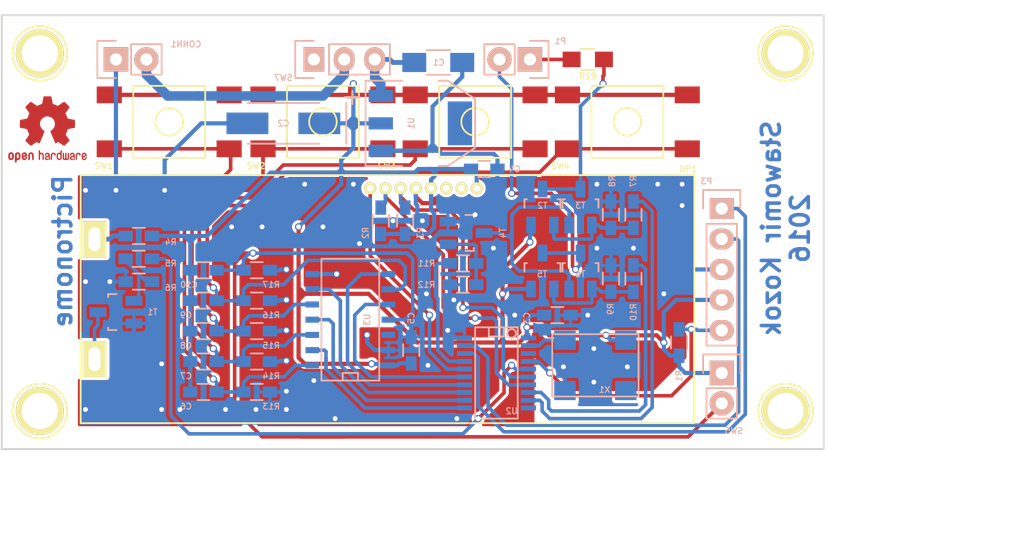
<source format=kicad_pcb>
(kicad_pcb (version 4) (host pcbnew "(2016-08-03 BZR 7005, Git 8fdd6b1)-product")
  (layers (0 F.Cu signal) (31 B.Cu signal) (34 B.Paste user) (35 F.Paste user) (36 B.SilkS user) (37 F.SilkS user) (38 B.Mask user) (39 F.Mask user) (44 Edge.Cuts user))
  (net 0 "")
  (net 1 GND)
  (net 2 VCC)
  (net 3 BUT1OUT)
  (net 4 BUT2OUT)
  (net 5 BUT3OUT)
  (net 6 BUT4OUT)
  (net 7 BUT5OUT)
  (net 8 "Net-(DP1-PadK)")
  (net 9 "Net-(DP1-Pad2)")
  (net 10 "Net-(DP1-Pad3)")
  (net 11 SDA)
  (net 12 SCL)
  (net 13 DISPLAYENABLE)
  (net 14 "Net-(DP1-PadA)")
  (net 15 ICPSCLK)
  (net 16 ICSPDAT)
  (net 17 RESET)
  (net 18 PWMOUT)
  (net 19 SNDTIMER1)
  (net 20 SNDTIMER2)
  (net 21 METRONOME)
  (net 22 SNDOUT1)
  (net 23 SNDOUT2)
  (net 24 "Net-(SW7-Pad1)")
  (net 25 "Net-(T3-Pad2)")
  (net 26 BUT1MCU)
  (net 27 BUT2MCU)
  (net 28 BUT3MCU)
  (net 29 BUT4MCU)
  (net 30 BUT5MCU)
  (net 31 CLKOUT)
  (net 32 "Net-(U3-Pad12)")
  (net 33 "Net-(X1-Pad1)")
  (net 34 "Net-(R10-Pad2)")
  (net 35 "Net-(R11-Pad2)")
  (net 36 "Net-(R7-Pad1)")
  (net 37 "Net-(R5-Pad1)")
  (net 38 "Net-(C1-Pad1)")
  (net 39 "Net-(P1-Pad1)")
  (net 40 "Net-(CONN1-Pad2)")
  (net 41 "Net-(U2-Pad3)")
  (net 42 "Net-(U2-Pad10)")
  (module DISPLAY:RX1602 (layer F.Cu) (at 70.485 173.355 180)
    (fp_text reference DP1 (at 0.508 0.508 180) (layer F.SilkS) (effects (font (size 0.5 0.5) (thickness 0.09))))
    (fp_text value RX1602)
    (pad K thru_hole rect (at 50.05 -15.35 180) (size 2 3) (drill oval 1 2) (layers *.Cu *.Mask F.SilkS) (net 8 "Net-(DP1-PadK)"))
    (pad 1 thru_hole circle (at 18.155 -1.1 180) (size 1 1) (drill 0.55) (layers *.Cu *.Mask F.SilkS) (net 2 VCC))
    (pad 2 thru_hole circle (at 19.425 -1.1 180) (size 1 1) (drill 0.55) (layers *.Cu *.Mask F.SilkS) (net 9 "Net-(DP1-Pad2)"))
    (pad 3 thru_hole circle (at 20.695 -1.1 180) (size 1 1) (drill 0.55) (layers *.Cu *.Mask F.SilkS) (net 10 "Net-(DP1-Pad3)"))
    (pad 4 thru_hole circle (at 21.965 -1.1 180) (size 1 1) (drill 0.55) (layers *.Cu *.Mask F.SilkS) (net 2 VCC))
    (pad 5 thru_hole circle (at 23.235 -1.1 180) (size 1 1) (drill 0.55) (layers *.Cu *.Mask F.SilkS) (net 1 GND))
    (pad 6 thru_hole circle (at 24.505 -1.1 180) (size 1 1) (drill 0.55) (layers *.Cu *.Mask F.SilkS) (net 11 SDA))
    (pad 7 thru_hole circle (at 25.775 -1.1 180) (size 1 1) (drill 0.55) (layers *.Cu *.Mask F.SilkS) (net 12 SCL))
    (pad 8 thru_hole circle (at 27.045 -1.1 180) (size 1 1) (drill 0.55) (layers *.Cu *.Mask F.SilkS) (net 13 DISPLAYENABLE))
    (pad A thru_hole rect (at 50.05 -5.35 180) (size 2 3) (drill oval 1 2) (layers *.Cu *.Mask F.SilkS) (net 14 "Net-(DP1-PadA)"))
  )
  (module Connect:1pin (layer F.Cu) (at 78.105 193.04)
    (fp_text reference REF** hide)
    (fp_text value 1pin)
    (pad 1 thru_hole circle (at 0 0) (size 4 4) (drill 3) (layers *.Cu *.Mask F.SilkS))
  )
  (module Connect:1pin (layer F.Cu) (at 78.105 163.195)
    (fp_text reference REF** hide)
    (fp_text value 1pin)
    (pad 1 thru_hole circle (at 0 0) (size 4 4) (drill 3) (layers *.Cu *.Mask F.SilkS))
  )
  (module Connect:1pin (layer F.Cu) (at 15.875 163.195)
    (fp_text reference REF** hide)
    (fp_text value 1pin)
    (pad 1 thru_hole circle (at 0 0) (size 4 4) (drill 3) (layers *.Cu *.Mask F.SilkS))
  )
  (module SMD_Packages:SSOP-20 (layer B.Cu) (at 53.975 189.865 270)
    (fp_text reference U2 (at 3.175 -1.27 180) (layer B.SilkS) (effects (font (size 0.5 0.5) (thickness 0.09)) (justify mirror)))
    (fp_text value PIC16F1709)
    (pad 1 smd rect (at -2.921 -2.667 270) (size 0.4064 1.27) (layers B.Cu B.Paste B.Mask) (net 2 VCC) (clearance 0.05))
    (pad 2 smd rect (at -2.286 -2.667 270) (size 0.4064 1.27) (layers B.Cu B.Paste B.Mask) (net 31 CLKOUT) (clearance 0.05))
    (pad 3 smd rect (at -1.6256 -2.667 270) (size 0.4064 1.27) (layers B.Cu B.Paste B.Mask) (net 41 "Net-(U2-Pad3)") (clearance 0.05))
    (pad 4 smd rect (at -0.9652 -2.667 270) (size 0.4064 1.27) (layers B.Cu B.Paste B.Mask) (net 17 RESET) (clearance 0.05))
    (pad 5 smd rect (at -0.3302 -2.667 270) (size 0.4064 1.27) (layers B.Cu B.Paste B.Mask) (net 18 PWMOUT) (clearance 0.05))
    (pad 6 smd rect (at 0.3302 -2.667 270) (size 0.4064 1.27) (layers B.Cu B.Paste B.Mask) (net 11 SDA) (clearance 0.05))
    (pad 7 smd rect (at 0.9906 -2.667 270) (size 0.4064 1.27) (layers B.Cu B.Paste B.Mask) (net 12 SCL) (clearance 0.05))
    (pad 8 smd rect (at 1.6256 -2.667 270) (size 0.4064 1.27) (layers B.Cu B.Paste B.Mask) (net 20 SNDTIMER2) (clearance 0.05))
    (pad 9 smd rect (at 2.286 -2.667 270) (size 0.4064 1.27) (layers B.Cu B.Paste B.Mask) (net 19 SNDTIMER1) (clearance 0.05))
    (pad 10 smd rect (at 2.921 -2.667 270) (size 0.4064 1.27) (layers B.Cu B.Paste B.Mask) (net 42 "Net-(U2-Pad10)") (clearance 0.05))
    (pad 11 smd rect (at 2.921 2.667 270) (size 0.4064 1.27) (layers B.Cu B.Paste B.Mask) (net 26 BUT1MCU) (clearance 0.05))
    (pad 12 smd rect (at 2.286 2.667 270) (size 0.4064 1.27) (layers B.Cu B.Paste B.Mask) (net 27 BUT2MCU) (clearance 0.05))
    (pad 13 smd rect (at 1.6256 2.667 270) (size 0.4064 1.27) (layers B.Cu B.Paste B.Mask) (net 28 BUT3MCU) (clearance 0.05))
    (pad 14 smd rect (at 0.9906 2.667 270) (size 0.4064 1.27) (layers B.Cu B.Paste B.Mask) (net 29 BUT4MCU) (clearance 0.05))
    (pad 15 smd rect (at 0.3302 2.667 270) (size 0.4064 1.27) (layers B.Cu B.Paste B.Mask) (net 30 BUT5MCU) (clearance 0.05))
    (pad 16 smd rect (at -0.3302 2.667 270) (size 0.4064 1.27) (layers B.Cu B.Paste B.Mask) (net 13 DISPLAYENABLE) (clearance 0.05))
    (pad 17 smd rect (at -0.9652 2.667 270) (size 0.4064 1.27) (layers B.Cu B.Paste B.Mask) (net 21 METRONOME) (clearance 0.05))
    (pad 18 smd rect (at -1.6256 2.667 270) (size 0.4064 1.27) (layers B.Cu B.Paste B.Mask) (net 15 ICPSCLK) (clearance 0.05))
    (pad 19 smd rect (at -2.286 2.667 270) (size 0.4064 1.27) (layers B.Cu B.Paste B.Mask) (net 16 ICSPDAT) (clearance 0.05))
    (pad 20 smd rect (at -2.921 2.667 270) (size 0.4064 1.27) (layers B.Cu B.Paste B.Mask) (net 1 GND) (clearance 0.05))
  )
  (module SMD_Packages:SOIC-14_N (layer B.Cu) (at 41.91 185.42 90)
    (fp_text reference U3 (at 0 1.27 90) (layer B.SilkS) (effects (font (size 0.5 0.5) (thickness 0.09)) (justify mirror)))
    (fp_text value 74HC04)
    (pad 1 smd rect (at -3.81 -3.302 90) (size 0.508 1.143) (layers B.Cu B.Paste B.Mask) (net 3 BUT1OUT))
    (pad 2 smd rect (at -2.54 -3.302 90) (size 0.508 1.143) (layers B.Cu B.Paste B.Mask) (net 26 BUT1MCU))
    (pad 3 smd rect (at -1.27 -3.302 90) (size 0.508 1.143) (layers B.Cu B.Paste B.Mask) (net 4 BUT2OUT))
    (pad 4 smd rect (at 0 -3.302 90) (size 0.508 1.143) (layers B.Cu B.Paste B.Mask) (net 27 BUT2MCU))
    (pad 5 smd rect (at 1.27 -3.302 90) (size 0.508 1.143) (layers B.Cu B.Paste B.Mask) (net 5 BUT3OUT))
    (pad 6 smd rect (at 2.54 -3.302 90) (size 0.508 1.143) (layers B.Cu B.Paste B.Mask) (net 28 BUT3MCU))
    (pad 7 smd rect (at 3.81 -3.302 90) (size 0.508 1.143) (layers B.Cu B.Paste B.Mask) (net 1 GND))
    (pad 8 smd rect (at 3.81 3.048 90) (size 0.508 1.143) (layers B.Cu B.Paste B.Mask) (net 29 BUT4MCU))
    (pad 9 smd rect (at 2.54 3.048 90) (size 0.508 1.143) (layers B.Cu B.Paste B.Mask) (net 6 BUT4OUT))
    (pad 11 smd rect (at 0 3.048 90) (size 0.508 1.143) (layers B.Cu B.Paste B.Mask) (net 7 BUT5OUT))
    (pad 12 smd rect (at -1.27 3.048 90) (size 0.508 1.143) (layers B.Cu B.Paste B.Mask) (net 32 "Net-(U3-Pad12)"))
    (pad 13 smd rect (at -2.54 3.048 90) (size 0.508 1.143) (layers B.Cu B.Paste B.Mask) (net 1 GND))
    (pad 14 smd rect (at -3.81 3.048 90) (size 0.508 1.143) (layers B.Cu B.Paste B.Mask) (net 2 VCC))
    (pad 10 smd rect (at 1.27 3.048 90) (size 0.508 1.143) (layers B.Cu B.Paste B.Mask) (net 30 BUT5MCU))
  )
  (module Resistors_SMD:R_0603_HandSoldering (layer B.Cu) (at 33.9725 188.9125 180)
    (fp_text reference R14 (at -1.2065 -1.2065 180) (layer B.SilkS) (effects (font (size 0.5 0.5) (thickness 0.09)) (justify mirror)))
    (fp_text value 10K)
    (pad 1 smd rect (at -1.1 0 180) (size 1.2 0.9) (layers B.Cu B.Paste B.Mask) (net 1 GND))
    (pad 2 smd rect (at 1.1 0 180) (size 1.2 0.9) (layers B.Cu B.Paste B.Mask) (net 4 BUT2OUT))
  )
  (module Capacitors_SMD:C_1206_HandSoldering (layer B.Cu) (at 49.117 163.957)
    (fp_text reference C1 (at 0.032 0) (layer B.SilkS) (effects (font (size 0.5 0.5) (thickness 0.09)) (justify mirror)))
    (fp_text value 10U)
    (pad 1 smd rect (at -2 0) (size 2 1.6) (layers B.Cu B.Paste B.Mask) (net 38 "Net-(C1-Pad1)"))
    (pad 2 smd rect (at 2 0) (size 2 1.6) (layers B.Cu B.Paste B.Mask) (net 1 GND))
  )
  (module Pin_Headers:Pin_Header_Straight_1x05 (layer B.Cu) (at 72.771 176.149 180)
    (fp_text reference P3 (at 1.27 2.286 180) (layer B.SilkS) (effects (font (size 0.5 0.5) (thickness 0.09)) (justify mirror)))
    (fp_text value CONN_01X05)
    (pad 1 thru_hole rect (at 0 0 180) (size 2.032 1.7272) (drill 1.016) (layers *.Cu *.Mask B.SilkS) (net 15 ICPSCLK))
    (pad 2 thru_hole oval (at 0 -2.54 180) (size 2.032 1.7272) (drill 1.016) (layers *.Cu *.Mask B.SilkS) (net 16 ICSPDAT))
    (pad 3 thru_hole oval (at 0 -5.08 180) (size 2.032 1.7272) (drill 1.016) (layers *.Cu *.Mask B.SilkS) (net 1 GND))
    (pad 4 thru_hole oval (at 0 -7.62 180) (size 2.032 1.7272) (drill 1.016) (layers *.Cu *.Mask B.SilkS) (net 2 VCC))
    (pad 5 thru_hole oval (at 0 -10.16 180) (size 2.032 1.7272) (drill 1.016) (layers *.Cu *.Mask B.SilkS) (net 17 RESET))
  )
  (module Resistors_SMD:R_0603_HandSoldering (layer B.Cu) (at 69.215 187.325 90)
    (fp_text reference R1 (at -2.794 0 90) (layer B.SilkS) (effects (font (size 0.5 0.5) (thickness 0.09)) (justify mirror)))
    (fp_text value 4,7K)
    (pad 1 smd rect (at -1.1 0 90) (size 1.2 0.9) (layers B.Cu B.Paste B.Mask) (net 2 VCC))
    (pad 2 smd rect (at 1.1 0 90) (size 1.2 0.9) (layers B.Cu B.Paste B.Mask) (net 17 RESET))
  )
  (module Resistors_SMD:R_0603_HandSoldering (layer B.Cu) (at 44.323 177.165 90)
    (fp_text reference R2 (at -1.016 -1.27 90) (layer B.SilkS) (effects (font (size 0.5 0.5) (thickness 0.09)) (justify mirror)))
    (fp_text value 1K)
    (pad 1 smd rect (at -1.1 0 90) (size 1.2 0.9) (layers B.Cu B.Paste B.Mask) (net 2 VCC))
    (pad 2 smd rect (at 1.1 0 90) (size 1.2 0.9) (layers B.Cu B.Paste B.Mask) (net 12 SCL))
  )
  (module Resistors_SMD:R_0603_HandSoldering (layer B.Cu) (at 46.355 177.165 90)
    (fp_text reference R3 (at -1.016 1.27 90) (layer B.SilkS) (effects (font (size 0.5 0.5) (thickness 0.09)) (justify mirror)))
    (fp_text value 1K)
    (pad 1 smd rect (at -1.1 0 90) (size 1.2 0.9) (layers B.Cu B.Paste B.Mask) (net 2 VCC))
    (pad 2 smd rect (at 1.1 0 90) (size 1.2 0.9) (layers B.Cu B.Paste B.Mask) (net 11 SDA))
  )
  (module Resistors_SMD:R_0603_HandSoldering (layer B.Cu) (at 24.13 178.435 180)
    (fp_text reference R4 (at -2.667 -0.508 180) (layer B.SilkS) (effects (font (size 0.5 0.5) (thickness 0.09)) (justify mirror)))
    (fp_text value 150)
    (pad 1 smd rect (at -1.1 0 180) (size 1.2 0.9) (layers B.Cu B.Paste B.Mask) (net 2 VCC))
    (pad 2 smd rect (at 1.1 0 180) (size 1.2 0.9) (layers B.Cu B.Paste B.Mask) (net 14 "Net-(DP1-PadA)"))
  )
  (module Resistors_SMD:R_0603_HandSoldering (layer B.Cu) (at 24.13 180.34)
    (fp_text reference R5 (at 2.667 0.381) (layer B.SilkS) (effects (font (size 0.5 0.5) (thickness 0.09)) (justify mirror)))
    (fp_text value 1K)
    (pad 1 smd rect (at -1.1 0) (size 1.2 0.9) (layers B.Cu B.Paste B.Mask) (net 37 "Net-(R5-Pad1)"))
    (pad 2 smd rect (at 1.1 0) (size 1.2 0.9) (layers B.Cu B.Paste B.Mask) (net 18 PWMOUT))
  )
  (module Resistors_SMD:R_0603_HandSoldering (layer B.Cu) (at 24.13 182.245)
    (fp_text reference R6 (at 2.667 0.508) (layer B.SilkS) (effects (font (size 0.5 0.5) (thickness 0.09)) (justify mirror)))
    (fp_text value 100K)
    (pad 1 smd rect (at -1.1 0) (size 1.2 0.9) (layers B.Cu B.Paste B.Mask) (net 1 GND))
    (pad 2 smd rect (at 1.1 0) (size 1.2 0.9) (layers B.Cu B.Paste B.Mask) (net 37 "Net-(R5-Pad1)"))
  )
  (module Resistors_SMD:R_0603_HandSoldering (layer B.Cu) (at 65.405 176.657 90)
    (fp_text reference R7 (at 2.794 0 90) (layer B.SilkS) (effects (font (size 0.5 0.5) (thickness 0.09)) (justify mirror)))
    (fp_text value 100)
    (pad 1 smd rect (at -1.1 0 90) (size 1.2 0.9) (layers B.Cu B.Paste B.Mask) (net 36 "Net-(R7-Pad1)"))
    (pad 2 smd rect (at 1.1 0 90) (size 1.2 0.9) (layers B.Cu B.Paste B.Mask) (net 19 SNDTIMER1))
  )
  (module Resistors_SMD:R_0603_HandSoldering (layer B.Cu) (at 63.527697 176.656257 270)
    (fp_text reference R8 (at -2.793257 -0.099303 270) (layer B.SilkS) (effects (font (size 0.5 0.5) (thickness 0.09)) (justify mirror)))
    (fp_text value 470K)
    (pad 1 smd rect (at -1.1 0 270) (size 1.2 0.9) (layers B.Cu B.Paste B.Mask) (net 1 GND))
    (pad 2 smd rect (at 1.1 0 270) (size 1.2 0.9) (layers B.Cu B.Paste B.Mask) (net 36 "Net-(R7-Pad1)"))
  )
  (module Resistors_SMD:R_0603_HandSoldering (layer B.Cu) (at 63.527697 181.990257 270)
    (fp_text reference R9 (at 2.540743 0.027697 270) (layer B.SilkS) (effects (font (size 0.5 0.5) (thickness 0.09)) (justify mirror)))
    (fp_text value 470K)
    (pad 1 smd rect (at -1.1 0 270) (size 1.2 0.9) (layers B.Cu B.Paste B.Mask) (net 1 GND))
    (pad 2 smd rect (at 1.1 0 270) (size 1.2 0.9) (layers B.Cu B.Paste B.Mask) (net 34 "Net-(R10-Pad2)"))
  )
  (module Resistors_SMD:R_0603_HandSoldering (layer B.Cu) (at 65.405 181.991 270)
    (fp_text reference R10 (at 2.794 0 270) (layer B.SilkS) (effects (font (size 0.5 0.5) (thickness 0.09)) (justify mirror)))
    (fp_text value 100)
    (pad 1 smd rect (at -1.1 0 270) (size 1.2 0.9) (layers B.Cu B.Paste B.Mask) (net 20 SNDTIMER2))
    (pad 2 smd rect (at 1.1 0 270) (size 1.2 0.9) (layers B.Cu B.Paste B.Mask) (net 34 "Net-(R10-Pad2)"))
  )
  (module Resistors_SMD:R_0603_HandSoldering (layer B.Cu) (at 51.181 180.721)
    (fp_text reference R11 (at -3.048 0) (layer B.SilkS) (effects (font (size 0.5 0.5) (thickness 0.09)) (justify mirror)))
    (fp_text value 100)
    (pad 1 smd rect (at -1.1 0) (size 1.2 0.9) (layers B.Cu B.Paste B.Mask) (net 21 METRONOME))
    (pad 2 smd rect (at 1.1 0) (size 1.2 0.9) (layers B.Cu B.Paste B.Mask) (net 35 "Net-(R11-Pad2)"))
  )
  (module Resistors_SMD:R_0603_HandSoldering (layer B.Cu) (at 51.181 182.499)
    (fp_text reference R12 (at -3.048 0) (layer B.SilkS) (effects (font (size 0.5 0.5) (thickness 0.09)) (justify mirror)))
    (fp_text value 470K)
    (pad 1 smd rect (at -1.1 0) (size 1.2 0.9) (layers B.Cu B.Paste B.Mask) (net 1 GND))
    (pad 2 smd rect (at 1.1 0) (size 1.2 0.9) (layers B.Cu B.Paste B.Mask) (net 35 "Net-(R11-Pad2)"))
  )
  (module Resistors_SMD:R_0603_HandSoldering (layer B.Cu) (at 33.9725 191.4525 180)
    (fp_text reference R13 (at -1.2065 -1.2065 180) (layer B.SilkS) (effects (font (size 0.5 0.5) (thickness 0.09)) (justify mirror)))
    (fp_text value 10K)
    (pad 1 smd rect (at -1.1 0 180) (size 1.2 0.9) (layers B.Cu B.Paste B.Mask) (net 1 GND))
    (pad 2 smd rect (at 1.1 0 180) (size 1.2 0.9) (layers B.Cu B.Paste B.Mask) (net 3 BUT1OUT))
  )
  (module Resistors_SMD:R_0603_HandSoldering (layer B.Cu) (at 33.9725 186.3725 180)
    (fp_text reference R15 (at -1.2065 -1.2065 180) (layer B.SilkS) (effects (font (size 0.5 0.5) (thickness 0.09)) (justify mirror)))
    (fp_text value 10K)
    (pad 1 smd rect (at -1.1 0 180) (size 1.2 0.9) (layers B.Cu B.Paste B.Mask) (net 1 GND))
    (pad 2 smd rect (at 1.1 0 180) (size 1.2 0.9) (layers B.Cu B.Paste B.Mask) (net 5 BUT3OUT))
  )
  (module Resistors_SMD:R_0603_HandSoldering (layer B.Cu) (at 33.9725 183.8325 180)
    (fp_text reference R16 (at -1.2065 -1.2065 180) (layer B.SilkS) (effects (font (size 0.5 0.5) (thickness 0.09)) (justify mirror)))
    (fp_text value 10K)
    (pad 1 smd rect (at -1.1 0 180) (size 1.2 0.9) (layers B.Cu B.Paste B.Mask) (net 1 GND))
    (pad 2 smd rect (at 1.1 0 180) (size 1.2 0.9) (layers B.Cu B.Paste B.Mask) (net 6 BUT4OUT))
  )
  (module Resistors_SMD:R_0603_HandSoldering (layer B.Cu) (at 33.9725 181.2925 180)
    (fp_text reference R17 (at -1.2065 -1.2065 180) (layer B.SilkS) (effects (font (size 0.5 0.5) (thickness 0.09)) (justify mirror)))
    (fp_text value 10K)
    (pad 1 smd rect (at -1.1 0 180) (size 1.2 0.9) (layers B.Cu B.Paste B.Mask) (net 1 GND))
    (pad 2 smd rect (at 1.1 0 180) (size 1.2 0.9) (layers B.Cu B.Paste B.Mask) (net 7 BUT5OUT))
  )
  (module Pin_Headers:Pin_Header_Straight_1x02 (layer B.Cu) (at 72.771 189.865 180)
    (fp_text reference SW5 (at -1.016 -4.826 180) (layer B.SilkS) (effects (font (size 0.5 0.5) (thickness 0.09)) (justify mirror)))
    (fp_text value SW_PUSH)
    (pad 1 thru_hole rect (at 0 0 180) (size 2.032 2.032) (drill 1.016) (layers *.Cu *.Mask B.SilkS) (net 2 VCC))
    (pad 2 thru_hole oval (at 0 -2.54 180) (size 2.032 2.032) (drill 1.016) (layers *.Cu *.Mask B.SilkS) (net 7 BUT5OUT))
  )
  (module Pin_Headers:Pin_Header_Straight_1x03 (layer B.Cu) (at 38.735 163.703 270)
    (fp_text reference SW7 (at 1.524 2.54 180) (layer B.SilkS) (effects (font (size 0.5 0.5) (thickness 0.09)) (justify mirror)))
    (fp_text value SWITCH_INV)
    (pad 1 thru_hole rect (at 0 0 270) (size 2.032 1.7272) (drill 1.016) (layers *.Cu *.Mask B.SilkS) (net 24 "Net-(SW7-Pad1)"))
    (pad 2 thru_hole oval (at 0 -2.54 270) (size 2.032 1.7272) (drill 1.016) (layers *.Cu *.Mask B.SilkS) (net 40 "Net-(CONN1-Pad2)"))
    (pad 3 thru_hole oval (at 0 -5.08 270) (size 2.032 1.7272) (drill 1.016) (layers *.Cu *.Mask B.SilkS) (net 38 "Net-(C1-Pad1)"))
  )
  (module TO_SOT_Packages_SMD:SOT-23_Handsoldering (layer B.Cu) (at 22.225 184.785 270)
    (fp_text reference T1 (at 0 -3.048) (layer B.SilkS) (effects (font (size 0.5 0.5) (thickness 0.09)) (justify mirror)))
    (fp_text value BSS138)
    (pad 1 smd rect (at -0.95 -1.50114 270) (size 0.8001 1.4) (layers B.Cu B.Paste B.Mask) (net 37 "Net-(R5-Pad1)"))
    (pad 2 smd rect (at 0.95 -1.50114 270) (size 0.8001 1.4) (layers B.Cu B.Paste B.Mask) (net 1 GND))
    (pad 3 smd rect (at 0 1.50114 270) (size 0.8001 1.4) (layers B.Cu B.Paste B.Mask) (net 8 "Net-(DP1-PadK)"))
  )
  (module TO_SOT_Packages_SMD:SOT-23_Handsoldering (layer B.Cu) (at 57.812697 176.021257 180)
    (fp_text reference T2 (at 0 0.126257 180) (layer B.SilkS) (effects (font (size 0.5 0.5) (thickness 0.09)) (justify mirror)))
    (fp_text value BSS83P)
    (pad 1 smd rect (at -0.95 -1.50114 180) (size 0.8001 1.4) (layers B.Cu B.Paste B.Mask) (net 36 "Net-(R7-Pad1)"))
    (pad 2 smd rect (at 0.95 -1.50114 180) (size 0.8001 1.4) (layers B.Cu B.Paste B.Mask) (net 2 VCC))
    (pad 3 smd rect (at 0 1.50114 180) (size 0.8001 1.4) (layers B.Cu B.Paste B.Mask) (net 22 SNDOUT1))
  )
  (module TO_SOT_Packages_SMD:SOT-23_Handsoldering (layer B.Cu) (at 60.987697 176.021257 180)
    (fp_text reference T3 (at 0 0.126257 180) (layer B.SilkS) (effects (font (size 0.5 0.5) (thickness 0.09)) (justify mirror)))
    (fp_text value BSS138)
    (pad 1 smd rect (at -0.95 -1.50114 180) (size 0.8001 1.4) (layers B.Cu B.Paste B.Mask) (net 36 "Net-(R7-Pad1)"))
    (pad 2 smd rect (at 0.95 -1.50114 180) (size 0.8001 1.4) (layers B.Cu B.Paste B.Mask) (net 25 "Net-(T3-Pad2)"))
    (pad 3 smd rect (at 0 1.50114 180) (size 0.8001 1.4) (layers B.Cu B.Paste B.Mask) (net 22 SNDOUT1))
  )
  (module TO_SOT_Packages_SMD:SOT-23_Handsoldering (layer B.Cu) (at 51.435 178.181 90)
    (fp_text reference T4 (at 0 3.048 90) (layer B.SilkS) (effects (font (size 0.5 0.5) (thickness 0.09)) (justify mirror)))
    (fp_text value BSS138)
    (pad 1 smd rect (at -0.95 -1.50114 90) (size 0.8001 1.4) (layers B.Cu B.Paste B.Mask) (net 35 "Net-(R11-Pad2)"))
    (pad 2 smd rect (at 0.95 -1.50114 90) (size 0.8001 1.4) (layers B.Cu B.Paste B.Mask) (net 1 GND))
    (pad 3 smd rect (at 0 1.50114 90) (size 0.8001 1.4) (layers B.Cu B.Paste B.Mask) (net 25 "Net-(T3-Pad2)"))
  )
  (module TO_SOT_Packages_SMD:SOT-23_Handsoldering (layer B.Cu) (at 57.812697 181.355257 180)
    (fp_text reference T5 (at 0.027697 -0.254743 180) (layer B.SilkS) (effects (font (size 0.5 0.5) (thickness 0.09)) (justify mirror)))
    (fp_text value BSS83P)
    (pad 1 smd rect (at -0.95 -1.50114 180) (size 0.8001 1.4) (layers B.Cu B.Paste B.Mask) (net 34 "Net-(R10-Pad2)"))
    (pad 2 smd rect (at 0.95 -1.50114 180) (size 0.8001 1.4) (layers B.Cu B.Paste B.Mask) (net 2 VCC))
    (pad 3 smd rect (at 0 1.50114 180) (size 0.8001 1.4) (layers B.Cu B.Paste B.Mask) (net 23 SNDOUT2))
  )
  (module TO_SOT_Packages_SMD:SOT-23_Handsoldering (layer B.Cu) (at 60.987697 181.355257 180)
    (fp_text reference T6 (at 0.027697 -0.254743 180) (layer B.SilkS) (effects (font (size 0.5 0.5) (thickness 0.09)) (justify mirror)))
    (fp_text value BSS138)
    (pad 1 smd rect (at -0.95 -1.50114 180) (size 0.8001 1.4) (layers B.Cu B.Paste B.Mask) (net 34 "Net-(R10-Pad2)"))
    (pad 2 smd rect (at 0.95 -1.50114 180) (size 0.8001 1.4) (layers B.Cu B.Paste B.Mask) (net 25 "Net-(T3-Pad2)"))
    (pad 3 smd rect (at 0 1.50114 180) (size 0.8001 1.4) (layers B.Cu B.Paste B.Mask) (net 23 SNDOUT2))
  )
  (module TO_SOT_Packages_SMD:SOT-223 (layer B.Cu) (at 47.625 169.037 90)
    (fp_text reference U1 (at 0 -0.762 90) (layer B.SilkS) (effects (font (size 0.5 0.5) (thickness 0.09)) (justify mirror)))
    (fp_text value AP1117D50)
    (pad 4 smd rect (at 0 3.302 90) (size 3.6576 2.032) (layers B.Cu B.Paste B.Mask))
    (pad 2 smd rect (at 0 -3.302 90) (size 1.016 2.032) (layers B.Cu B.Paste B.Mask) (net 2 VCC))
    (pad 3 smd rect (at 2.286 -3.302 90) (size 1.016 2.032) (layers B.Cu B.Paste B.Mask) (net 38 "Net-(C1-Pad1)"))
    (pad 1 smd rect (at -2.286 -3.302 90) (size 1.016 2.032) (layers B.Cu B.Paste B.Mask) (net 1 GND))
  )
  (module osc:CFPS-72 (layer B.Cu) (at 62.23 189.23 180)
    (fp_text reference X1 (at -0.762 -2.032 180) (layer B.SilkS) (effects (font (size 0.5 0.5) (thickness 0.09)) (justify mirror)))
    (fp_text value CFPS-72)
    (pad 3 smd rect (at 2.54 2.1 180) (size 1.8 1.6) (layers B.Cu B.Paste B.Mask) (net 31 CLKOUT))
    (pad 4 smd rect (at -2.54 2.1 180) (size 1.8 1.6) (layers B.Cu B.Paste B.Mask) (net 2 VCC))
    (pad 1 smd rect (at -2.54 -2.1 180) (size 1.8 1.6) (layers B.Cu B.Paste B.Mask) (net 33 "Net-(X1-Pad1)"))
    (pad 2 smd rect (at 2.54 -2.1 180) (size 1.8 1.6) (layers B.Cu B.Paste B.Mask) (net 1 GND))
  )
  (module SWITCHES:TACT_SW3.3PER6 (layer F.Cu) (at 26.67 168.91)
    (fp_text reference SW1 (at -5.461 3.683) (layer F.SilkS) (effects (font (size 0.5 0.5) (thickness 0.09))))
    (fp_text value SW_PUSH)
    (pad 2 smd rect (at -5 2.25) (size 2.1 1.4) (layers F.Cu F.Paste F.Mask) (net 3 BUT1OUT))
    (pad 1 smd rect (at -5 -2.25) (size 2.1 1.4) (layers F.Cu F.Paste F.Mask) (net 2 VCC))
    (pad 1 smd rect (at 5 -2.25) (size 2.1 1.4) (layers F.Cu F.Paste F.Mask) (net 2 VCC))
    (pad 2 smd rect (at 5 2.25) (size 2.1 1.4) (layers F.Cu F.Paste F.Mask) (net 3 BUT1OUT))
  )
  (module SWITCHES:TACT_SW3.3PER6 (layer F.Cu) (at 39.497 168.91)
    (fp_text reference SW2 (at -5.588 3.683) (layer F.SilkS) (effects (font (size 0.5 0.5) (thickness 0.09))))
    (fp_text value SW_PUSH)
    (pad 2 smd rect (at -5 2.25) (size 2.1 1.4) (layers F.Cu F.Paste F.Mask) (net 4 BUT2OUT))
    (pad 1 smd rect (at -5 -2.25) (size 2.1 1.4) (layers F.Cu F.Paste F.Mask) (net 2 VCC))
    (pad 1 smd rect (at 5 -2.25) (size 2.1 1.4) (layers F.Cu F.Paste F.Mask) (net 2 VCC))
    (pad 2 smd rect (at 5 2.25) (size 2.1 1.4) (layers F.Cu F.Paste F.Mask) (net 4 BUT2OUT))
  )
  (module SWITCHES:TACT_SW3.3PER6 (layer F.Cu) (at 52.197 168.91)
    (fp_text reference SW3 (at -7.366 3.683) (layer F.SilkS) (effects (font (size 0.5 0.5) (thickness 0.09))))
    (fp_text value SW_PUSH)
    (pad 2 smd rect (at -5 2.25) (size 2.1 1.4) (layers F.Cu F.Paste F.Mask) (net 5 BUT3OUT))
    (pad 1 smd rect (at -5 -2.25) (size 2.1 1.4) (layers F.Cu F.Paste F.Mask) (net 2 VCC))
    (pad 1 smd rect (at 5 -2.25) (size 2.1 1.4) (layers F.Cu F.Paste F.Mask) (net 2 VCC))
    (pad 2 smd rect (at 5 2.25) (size 2.1 1.4) (layers F.Cu F.Paste F.Mask) (net 5 BUT3OUT))
  )
  (module SWITCHES:TACT_SW3.3PER6 (layer F.Cu) (at 64.897 168.91)
    (fp_text reference SW4 (at -5.588 3.683) (layer F.SilkS) (effects (font (size 0.5 0.5) (thickness 0.09))))
    (fp_text value SW_PUSH)
    (pad 2 smd rect (at -5 2.25) (size 2.1 1.4) (layers F.Cu F.Paste F.Mask) (net 6 BUT4OUT))
    (pad 1 smd rect (at -5 -2.25) (size 2.1 1.4) (layers F.Cu F.Paste F.Mask) (net 2 VCC))
    (pad 1 smd rect (at 5 -2.25) (size 2.1 1.4) (layers F.Cu F.Paste F.Mask) (net 2 VCC))
    (pad 2 smd rect (at 5 2.25) (size 2.1 1.4) (layers F.Cu F.Paste F.Mask) (net 6 BUT4OUT))
  )
  (module Resistors_SMD:R_0603_HandSoldering (layer B.Cu) (at 59.055 185.039)
    (fp_text reference C3 (at -2.54 0.254 -90) (layer B.SilkS) (effects (font (size 0.5 0.5) (thickness 0.09)) (justify mirror)))
    (fp_text value 100N)
    (pad 1 smd rect (at -1.1 0) (size 1.2 0.9) (layers B.Cu B.Paste B.Mask) (net 2 VCC))
    (pad 2 smd rect (at 1.1 0) (size 1.2 0.9) (layers B.Cu B.Paste B.Mask) (net 1 GND))
  )
  (module Resistors_SMD:R_0603_HandSoldering (layer B.Cu) (at 52.959 172.847)
    (fp_text reference C4 (at 2.54 0) (layer B.SilkS) (effects (font (size 0.5 0.5) (thickness 0.09)) (justify mirror)))
    (fp_text value 100N)
    (pad 1 smd rect (at -1.1 0) (size 1.2 0.9) (layers B.Cu B.Paste B.Mask) (net 2 VCC))
    (pad 2 smd rect (at 1.1 0) (size 1.2 0.9) (layers B.Cu B.Paste B.Mask) (net 1 GND))
  )
  (module Resistors_SMD:R_0603_HandSoldering (layer B.Cu) (at 46.863 187.96 90)
    (fp_text reference C5 (at 2.667 0 90) (layer B.SilkS) (effects (font (size 0.5 0.5) (thickness 0.09)) (justify mirror)))
    (fp_text value 100N)
    (pad 1 smd rect (at -1.1 0 90) (size 1.2 0.9) (layers B.Cu B.Paste B.Mask) (net 2 VCC))
    (pad 2 smd rect (at 1.1 0 90) (size 1.2 0.9) (layers B.Cu B.Paste B.Mask) (net 1 GND))
  )
  (module Resistors_SMD:R_0603_HandSoldering (layer B.Cu) (at 29.5275 191.4525 180)
    (fp_text reference C6 (at 1.4605 -1.2065 180) (layer B.SilkS) (effects (font (size 0.5 0.5) (thickness 0.09)) (justify mirror)))
    (fp_text value 100N)
    (pad 1 smd rect (at -1.1 0 180) (size 1.2 0.9) (layers B.Cu B.Paste B.Mask) (net 3 BUT1OUT))
    (pad 2 smd rect (at 1.1 0 180) (size 1.2 0.9) (layers B.Cu B.Paste B.Mask) (net 2 VCC))
  )
  (module Resistors_SMD:R_0603_HandSoldering (layer B.Cu) (at 29.5275 188.9125 180)
    (fp_text reference C7 (at 1.4605 -1.2065 180) (layer B.SilkS) (effects (font (size 0.5 0.5) (thickness 0.09)) (justify mirror)))
    (fp_text value 100N)
    (pad 1 smd rect (at -1.1 0 180) (size 1.2 0.9) (layers B.Cu B.Paste B.Mask) (net 4 BUT2OUT))
    (pad 2 smd rect (at 1.1 0 180) (size 1.2 0.9) (layers B.Cu B.Paste B.Mask) (net 2 VCC))
  )
  (module Resistors_SMD:R_0603_HandSoldering (layer B.Cu) (at 29.5275 186.3725 180)
    (fp_text reference C8 (at 1.4605 -1.2065 180) (layer B.SilkS) (effects (font (size 0.5 0.5) (thickness 0.09)) (justify mirror)))
    (fp_text value 100N)
    (pad 1 smd rect (at -1.1 0 180) (size 1.2 0.9) (layers B.Cu B.Paste B.Mask) (net 5 BUT3OUT))
    (pad 2 smd rect (at 1.1 0 180) (size 1.2 0.9) (layers B.Cu B.Paste B.Mask) (net 2 VCC))
  )
  (module Resistors_SMD:R_0603_HandSoldering (layer B.Cu) (at 29.5275 183.8325 180)
    (fp_text reference C9 (at 1.4605 -1.2065 180) (layer B.SilkS) (effects (font (size 0.5 0.5) (thickness 0.09)) (justify mirror)))
    (fp_text value 100N)
    (pad 1 smd rect (at -1.1 0 180) (size 1.2 0.9) (layers B.Cu B.Paste B.Mask) (net 6 BUT4OUT))
    (pad 2 smd rect (at 1.1 0 180) (size 1.2 0.9) (layers B.Cu B.Paste B.Mask) (net 2 VCC))
  )
  (module Resistors_SMD:R_0603_HandSoldering (layer B.Cu) (at 29.5275 181.2925 180)
    (fp_text reference C10 (at 1.2065 -1.2065 180) (layer B.SilkS) (effects (font (size 0.5 0.5) (thickness 0.09)) (justify mirror)))
    (fp_text value 100N)
    (pad 1 smd rect (at -1.1 0 180) (size 1.2 0.9) (layers B.Cu B.Paste B.Mask) (net 7 BUT5OUT))
    (pad 2 smd rect (at 1.1 0 180) (size 1.2 0.9) (layers B.Cu B.Paste B.Mask) (net 2 VCC))
  )
  (module Pin_Headers:Pin_Header_Straight_1x02 (layer B.Cu) (at 56.769 163.703 90)
    (fp_text reference P1 (at 1.524 2.54) (layer B.SilkS) (effects (font (size 0.5 0.5) (thickness 0.09)) (justify mirror)))
    (fp_text value CONN_01X02)
    (pad 1 thru_hole rect (at 0 0 90) (size 2.032 2.032) (drill 1.016) (layers *.Cu *.Mask B.SilkS) (net 39 "Net-(P1-Pad1)"))
    (pad 2 thru_hole oval (at 0 -2.54 90) (size 2.032 2.032) (drill 1.016) (layers *.Cu *.Mask B.SilkS) (net 23 SNDOUT2))
  )
  (module Capacitors_Tantalum_SMD:TantalC_SizeC_EIA-6032_HandSoldering (layer B.Cu) (at 36.195 169.037 180)
    (fp_text reference C2 (at 0 0 180) (layer B.SilkS) (effects (font (size 0.5 0.5) (thickness 0.09)) (justify mirror)))
    (fp_text value 100U)
    (fp_text user + (at -5.75056 2.19964 180) (layer B.SilkS) (effects (justify mirror)))
    (pad 2 smd rect (at 2.99974 0 180) (size 3.50012 1.80086) (layers B.Cu B.Paste B.Mask) (net 1 GND))
    (pad 1 smd rect (at -2.99974 0 180) (size 3.50012 1.80086) (layers B.Cu B.Paste B.Mask) (net 2 VCC))
  )
  (module Pin_Headers:Pin_Header_Straight_1x02 (layer B.Cu) (at 22.225 163.703 270)
    (fp_text reference CONN1 (at -1.27 -5.842 180) (layer B.SilkS) (effects (font (size 0.5 0.5) (thickness 0.09)) (justify mirror)))
    (fp_text value CONN_01X02)
    (pad 1 thru_hole rect (at 0 0 270) (size 2.032 2.032) (drill 1.016) (layers *.Cu *.Mask B.SilkS) (net 1 GND))
    (pad 2 thru_hole oval (at 0 -2.54 270) (size 2.032 2.032) (drill 1.016) (layers *.Cu *.Mask B.SilkS) (net 40 "Net-(CONN1-Pad2)"))
  )
  (module Resistors_SMD:R_0805_HandSoldering (layer F.Cu) (at 61.595 163.703)
    (fp_text reference R19 (at 0 1.397) (layer F.SilkS) (effects (font (size 0.5 0.5) (thickness 0.09))))
    (fp_text value TODO)
    (pad 1 smd rect (at -1.35 0) (size 1.5 1.3) (layers F.Cu F.Paste F.Mask) (net 39 "Net-(P1-Pad1)"))
    (pad 2 smd rect (at 1.35 0) (size 1.5 1.3) (layers F.Cu F.Paste F.Mask) (net 22 SNDOUT1))
  )
  (module Connect:1pin (layer F.Cu) (at 15.875 193.04)
    (fp_text reference REF** hide)
    (fp_text value 1pin)
    (pad 1 thru_hole circle (at 0 0) (size 4 4) (drill 3) (layers *.Cu *.Mask F.SilkS))
  )
  (module Symbols:OSHW-Logo2_7.3x6mm_Copper (layer F.Cu) (at 16.51 169.545)
    (fp_text reference REF*** hide)
    (fp_text value OSHW-Logo2_7.3x6mm_Copper hide)
    (fp_poly (pts (xy -2.400256 1.919918) (xy -2.344799 1.947568) (xy -2.295852 1.99848) (xy -2.282371 2.017338) (xy -2.267686 2.042015) (xy -2.258158 2.068816) (xy -2.252707 2.104587) (xy -2.250253 2.156169) (xy -2.249714 2.224267) (xy -2.252148 2.317588) (xy -2.260606 2.387657) (xy -2.276826 2.439931) (xy -2.302546 2.479869) (xy -2.339503 2.512929) (xy -2.342218 2.514886) (xy -2.37864 2.534908) (xy -2.422498 2.544815) (xy -2.478276 2.547257) (xy -2.568952 2.547257) (xy -2.56899 2.635283) (xy -2.569834 2.684308) (xy -2.574976 2.713065) (xy -2.588413 2.730311) (xy -2.614142 2.744808) (xy -2.620321 2.747769) (xy -2.649236 2.761648) (xy -2.671624 2.770414) (xy -2.688271 2.771171) (xy -2.699964 2.761023) (xy -2.70749 2.737073) (xy -2.711634 2.696426) (xy -2.713185 2.636186) (xy -2.712929 2.553455) (xy -2.711651 2.445339) (xy -2.711252 2.413) (xy -2.709815 2.301524) (xy -2.708528 2.228603) (xy -2.569029 2.228603) (xy -2.568245 2.290499) (xy -2.56476 2.330997) (xy -2.556876 2.357708) (xy -2.542895 2.378244) (xy -2.533403 2.38826) (xy -2.494596 2.417567) (xy -2.460237 2.419952) (xy -2.424784 2.39575) (xy -2.423886 2.394857) (xy -2.409461 2.376153) (xy -2.400687 2.350732) (xy -2.396261 2.311584) (xy -2.394882 2.251697) (xy -2.394857 2.23843) (xy -2.398188 2.155901) (xy -2.409031 2.098691) (xy -2.42866 2.063766) (xy -2.45835 2.048094) (xy -2.475509 2.046514) (xy -2.516234 2.053926) (xy -2.544168 2.07833) (xy -2.560983 2.12298) (xy -2.56835 2.19113) (xy -2.569029 2.228603) (xy -2.708528 2.228603) (xy -2.708292 2.215245) (xy -2.706323 2.150333) (xy -2.70355 2.102958) (xy -2.699612 2.06929) (xy -2.694151 2.045498) (xy -2.686808 2.027753) (xy -2.677223 2.012224) (xy -2.673113 2.006381) (xy -2.618595 1.951185) (xy -2.549664 1.91989) (xy -2.469928 1.911165) (xy -2.400256 1.919918)) (layer F.Cu) (width 0.01))
    (fp_poly (pts (xy -1.283907 1.92778) (xy -1.237328 1.954723) (xy -1.204943 1.981466) (xy -1.181258 2.009484) (xy -1.164941 2.043748) (xy -1.154661 2.089227) (xy -1.149086 2.150892) (xy -1.146884 2.233711) (xy -1.146629 2.293246) (xy -1.146629 2.512391) (xy -1.208314 2.540044) (xy -1.27 2.567697) (xy -1.277257 2.32767) (xy -1.280256 2.238028) (xy -1.283402 2.172962) (xy -1.287299 2.128026) (xy -1.292553 2.09877) (xy -1.299769 2.080748) (xy -1.30955 2.069511) (xy -1.312688 2.067079) (xy -1.360239 2.048083) (xy -1.408303 2.0556) (xy -1.436914 2.075543) (xy -1.448553 2.089675) (xy -1.456609 2.10822) (xy -1.461729 2.136334) (xy -1.464559 2.179173) (xy -1.465744 2.241895) (xy -1.465943 2.307261) (xy -1.465982 2.389268) (xy -1.467386 2.447316) (xy -1.472086 2.486465) (xy -1.482013 2.51178) (xy -1.499097 2.528323) (xy -1.525268 2.541156) (xy -1.560225 2.554491) (xy -1.598404 2.569007) (xy -1.593859 2.311389) (xy -1.592029 2.218519) (xy -1.589888 2.149889) (xy -1.586819 2.100711) (xy -1.582206 2.066198) (xy -1.575432 2.041562) (xy -1.565881 2.022016) (xy -1.554366 2.00477) (xy -1.49881 1.94968) (xy -1.43102 1.917822) (xy -1.357287 1.910191) (xy -1.283907 1.92778)) (layer F.Cu) (width 0.01))
    (fp_poly (pts (xy -2.958885 1.921962) (xy -2.890855 1.957733) (xy -2.840649 2.015301) (xy -2.822815 2.052312) (xy -2.808937 2.107882) (xy -2.801833 2.178096) (xy -2.80116 2.254727) (xy -2.806573 2.329552) (xy -2.81773 2.394342) (xy -2.834286 2.440873) (xy -2.839374 2.448887) (xy -2.899645 2.508707) (xy -2.971231 2.544535) (xy -3.048908 2.55502) (xy -3.127452 2.53881) (xy -3.149311 2.529092) (xy -3.191878 2.499143) (xy -3.229237 2.459433) (xy -3.232768 2.454397) (xy -3.247119 2.430124) (xy -3.256606 2.404178) (xy -3.26221 2.370022) (xy -3.264914 2.321119) (xy -3.265701 2.250935) (xy -3.265714 2.2352) (xy -3.265678 2.230192) (xy -3.120571 2.230192) (xy -3.119727 2.29643) (xy -3.116404 2.340386) (xy -3.109417 2.368779) (xy -3.097584 2.388325) (xy -3.091543 2.394857) (xy -3.056814 2.41968) (xy -3.023097 2.418548) (xy -2.989005 2.397016) (xy -2.968671 2.374029) (xy -2.956629 2.340478) (xy -2.949866 2.287569) (xy -2.949402 2.281399) (xy -2.948248 2.185513) (xy -2.960312 2.114299) (xy -2.98543 2.068194) (xy -3.02344 2.047635) (xy -3.037008 2.046514) (xy -3.072636 2.052152) (xy -3.097006 2.071686) (xy -3.111907 2.109042) (xy -3.119125 2.16815) (xy -3.120571 2.230192) (xy -3.265678 2.230192) (xy -3.265174 2.160413) (xy -3.262904 2.108159) (xy -3.257932 2.071949) (xy -3.249287 2.045299) (xy -3.235995 2.021722) (xy -3.233057 2.017338) (xy -3.183687 1.958249) (xy -3.129891 1.923947) (xy -3.064398 1.910331) (xy -3.042158 1.909665) (xy -2.958885 1.921962)) (layer F.Cu) (width 0.01))
    (fp_poly (pts (xy -1.831697 1.931239) (xy -1.774473 1.969735) (xy -1.730251 2.025335) (xy -1.703833 2.096086) (xy -1.69849 2.148162) (xy -1.699097 2.169893) (xy -1.704178 2.186531) (xy -1.718145 2.201437) (xy -1.745411 2.217973) (xy -1.790388 2.239498) (xy -1.857489 2.269374) (xy -1.857829 2.269524) (xy -1.919593 2.297813) (xy -1.970241 2.322933) (xy -2.004596 2.342179) (xy -2.017482 2.352848) (xy -2.017486 2.352934) (xy -2.006128 2.376166) (xy -1.979569 2.401774) (xy -1.949077 2.420221) (xy -1.93363 2.423886) (xy -1.891485 2.411212) (xy -1.855192 2.379471) (xy -1.837483 2.344572) (xy -1.820448 2.318845) (xy -1.787078 2.289546) (xy -1.747851 2.264235) (xy -1.713244 2.250471) (xy -1.706007 2.249714) (xy -1.697861 2.26216) (xy -1.69737 2.293972) (xy -1.703357 2.336866) (xy -1.714643 2.382558) (xy -1.73005 2.422761) (xy -1.730829 2.424322) (xy -1.777196 2.489062) (xy -1.837289 2.533097) (xy -1.905535 2.554711) (xy -1.976362 2.552185) (xy -2.044196 2.523804) (xy -2.047212 2.521808) (xy -2.100573 2.473448) (xy -2.13566 2.410352) (xy -2.155078 2.327387) (xy -2.157684 2.304078) (xy -2.162299 2.194055) (xy -2.156767 2.142748) (xy -2.017486 2.142748) (xy -2.015676 2.174753) (xy -2.005778 2.184093) (xy -1.981102 2.177105) (xy -1.942205 2.160587) (xy -1.898725 2.139881) (xy -1.897644 2.139333) (xy -1.860791 2.119949) (xy -1.846 2.107013) (xy -1.849647 2.093451) (xy -1.865005 2.075632) (xy -1.904077 2.049845) (xy -1.946154 2.04795) (xy -1.983897 2.066717) (xy -2.009966 2.102915) (xy -2.017486 2.142748) (xy -2.156767 2.142748) (xy -2.152806 2.106027) (xy -2.12845 2.036212) (xy -2.094544 1.987302) (xy -2.033347 1.937878) (xy -1.965937 1.913359) (xy -1.89712 1.911797) (xy -1.831697 1.931239)) (layer F.Cu) (width 0.01))
    (fp_poly (pts (xy -0.624114 1.851289) (xy -0.619861 1.910613) (xy -0.614975 1.945572) (xy -0.608205 1.96082) (xy -0.598298 1.961015) (xy -0.595086 1.959195) (xy -0.552356 1.946015) (xy -0.496773 1.946785) (xy -0.440263 1.960333) (xy -0.404918 1.977861) (xy -0.368679 2.005861) (xy -0.342187 2.037549) (xy -0.324001 2.077813) (xy -0.312678 2.131543) (xy -0.306778 2.203626) (xy -0.304857 2.298951) (xy -0.304823 2.317237) (xy -0.3048 2.522646) (xy -0.350509 2.53858) (xy -0.382973 2.54942) (xy -0.400785 2.554468) (xy -0.401309 2.554514) (xy -0.403063 2.540828) (xy -0.404556 2.503076) (xy -0.405674 2.446224) (xy -0.406303 2.375234) (xy -0.4064 2.332073) (xy -0.406602 2.246973) (xy -0.407642 2.185981) (xy -0.410169 2.144177) (xy -0.414836 2.116642) (xy -0.422293 2.098456) (xy -0.433189 2.084698) (xy -0.439993 2.078073) (xy -0.486728 2.051375) (xy -0.537728 2.049375) (xy -0.583999 2.071955) (xy -0.592556 2.080107) (xy -0.605107 2.095436) (xy -0.613812 2.113618) (xy -0.619369 2.139909) (xy -0.622474 2.179562) (xy -0.623824 2.237832) (xy -0.624114 2.318173) (xy -0.624114 2.522646) (xy -0.669823 2.53858) (xy -0.702287 2.54942) (xy -0.720099 2.554468) (xy -0.720623 2.554514) (xy -0.721963 2.540623) (xy -0.723172 2.501439) (xy -0.724199 2.4407) (xy -0.724998 2.362141) (xy -0.725519 2.269498) (xy -0.725714 2.166509) (xy -0.725714 1.769342) (xy -0.678543 1.749444) (xy -0.631371 1.729547) (xy -0.624114 1.851289)) (layer F.Cu) (width 0.01))
    (fp_poly (pts (xy 0.039744 1.950968) (xy 0.096616 1.972087) (xy 0.097267 1.972493) (xy 0.13244 1.99838) (xy 0.158407 2.028633) (xy 0.17667 2.068058) (xy 0.188732 2.121462) (xy 0.196096 2.193651) (xy 0.200264 2.289432) (xy 0.200629 2.303078) (xy 0.205876 2.508842) (xy 0.161716 2.531678) (xy 0.129763 2.54711) (xy 0.11047 2.554423) (xy 0.109578 2.554514) (xy 0.106239 2.541022) (xy 0.103587 2.504626) (xy 0.101956 2.451452) (xy 0.1016 2.408393) (xy 0.101592 2.338641) (xy 0.098403 2.294837) (xy 0.087288 2.273944) (xy 0.063501 2.272925) (xy 0.022296 2.288741) (xy -0.039914 2.317815) (xy -0.085659 2.341963) (xy -0.109187 2.362913) (xy -0.116104 2.385747) (xy -0.116114 2.386877) (xy -0.104701 2.426212) (xy -0.070908 2.447462) (xy -0.019191 2.450539) (xy 0.018061 2.450006) (xy 0.037703 2.460735) (xy 0.049952 2.486505) (xy 0.057002 2.519337) (xy 0.046842 2.537966) (xy 0.043017 2.540632) (xy 0.007001 2.55134) (xy -0.043434 2.552856) (xy -0.095374 2.545759) (xy -0.132178 2.532788) (xy -0.183062 2.489585) (xy -0.211986 2.429446) (xy -0.217714 2.382462) (xy -0.213343 2.340082) (xy -0.197525 2.305488) (xy -0.166203 2.274763) (xy -0.115322 2.24399) (xy -0.040824 2.209252) (xy -0.036286 2.207288) (xy 0.030821 2.176287) (xy 0.072232 2.150862) (xy 0.089981 2.128014) (xy 0.086107 2.104745) (xy 0.062643 2.078056) (xy 0.055627 2.071914) (xy 0.00863 2.0481) (xy -0.040067 2.049103) (xy -0.082478 2.072451) (xy -0.110616 2.115675) (xy -0.113231 2.12416) (xy -0.138692 2.165308) (xy -0.170999 2.185128) (xy -0.217714 2.20477) (xy -0.217714 2.15395) (xy -0.203504 2.080082) (xy -0.161325 2.012327) (xy -0.139376 1.989661) (xy -0.089483 1.960569) (xy -0.026033 1.9474) (xy 0.039744 1.950968)) (layer F.Cu) (width 0.01))
    (fp_poly (pts (xy 0.529926 1.949755) (xy 0.595858 1.974084) (xy 0.649273 2.017117) (xy 0.670164 2.047409) (xy 0.692939 2.102994) (xy 0.692466 2.143186) (xy 0.668562 2.170217) (xy 0.659717 2.174813) (xy 0.62153 2.189144) (xy 0.602028 2.185472) (xy 0.595422 2.161407) (xy 0.595086 2.148114) (xy 0.582992 2.09921) (xy 0.551471 2.064999) (xy 0.507659 2.048476) (xy 0.458695 2.052634) (xy 0.418894 2.074227) (xy 0.40545 2.086544) (xy 0.395921 2.101487) (xy 0.389485 2.124075) (xy 0.385317 2.159328) (xy 0.382597 2.212266) (xy 0.380502 2.287907) (xy 0.37996 2.311857) (xy 0.377981 2.39379) (xy 0.375731 2.451455) (xy 0.372357 2.489608) (xy 0.367006 2.513004) (xy 0.358824 2.526398) (xy 0.346959 2.534545) (xy 0.339362 2.538144) (xy 0.307102 2.550452) (xy 0.288111 2.554514) (xy 0.281836 2.540948) (xy 0.278006 2.499934) (xy 0.2766 2.430999) (xy 0.277598 2.333669) (xy 0.277908 2.318657) (xy 0.280101 2.229859) (xy 0.282693 2.165019) (xy 0.286382 2.119067) (xy 0.291864 2.086935) (xy 0.299835 2.063553) (xy 0.310993 2.043852) (xy 0.31683 2.03541) (xy 0.350296 1.998057) (xy 0.387727 1.969003) (xy 0.392309 1.966467) (xy 0.459426 1.946443) (xy 0.529926 1.949755)) (layer F.Cu) (width 0.01))
    (fp_poly (pts (xy 1.190117 2.065358) (xy 1.189933 2.173837) (xy 1.189219 2.257287) (xy 1.187675 2.319704) (xy 1.185001 2.365085) (xy 1.180894 2.397429) (xy 1.175055 2.420733) (xy 1.167182 2.438995) (xy 1.161221 2.449418) (xy 1.111855 2.505945) (xy 1.049264 2.541377) (xy 0.980013 2.55409) (xy 0.910668 2.542463) (xy 0.869375 2.521568) (xy 0.826025 2.485422) (xy 0.796481 2.441276) (xy 0.778655 2.383462) (xy 0.770463 2.306313) (xy 0.769302 2.249714) (xy 0.769458 2.245647) (xy 0.870857 2.245647) (xy 0.871476 2.31055) (xy 0.874314 2.353514) (xy 0.88084 2.381622) (xy 0.892523 2.401953) (xy 0.906483 2.417288) (xy 0.953365 2.44689) (xy 1.003701 2.449419) (xy 1.051276 2.424705) (xy 1.054979 2.421356) (xy 1.070783 2.403935) (xy 1.080693 2.383209) (xy 1.086058 2.352362) (xy 1.088228 2.304577) (xy 1.088571 2.251748) (xy 1.087827 2.185381) (xy 1.084748 2.141106) (xy 1.078061 2.112009) (xy 1.066496 2.091173) (xy 1.057013 2.080107) (xy 1.01296 2.052198) (xy 0.962224 2.048843) (xy 0.913796 2.070159) (xy 0.90445 2.078073) (xy 0.88854 2.095647) (xy 0.87861 2.116587) (xy 0.873278 2.147782) (xy 0.871163 2.196122) (xy 0.870857 2.245647) (xy 0.769458 2.245647) (xy 0.77281 2.158568) (xy 0.784726 2.090086) (xy 0.807135 2.0386) (xy 0.842124 1.998443) (xy 0.869375 1.977861) (xy 0.918907 1.955625) (xy 0.976316 1.945304) (xy 1.029682 1.948067) (xy 1.059543 1.959212) (xy 1.071261 1.962383) (xy 1.079037 1.950557) (xy 1.084465 1.918866) (xy 1.088571 1.870593) (xy 1.093067 1.816829) (xy 1.099313 1.784482) (xy 1.110676 1.765985) (xy 1.130528 1.75377) (xy 1.143 1.748362) (xy 1.190171 1.728601) (xy 1.190117 2.065358)) (layer F.Cu) (width 0.01))
    (fp_poly (pts (xy 1.779833 1.958663) (xy 1.782048 1.99685) (xy 1.783784 2.054886) (xy 1.784899 2.12818) (xy 1.785257 2.205055) (xy 1.785257 2.465196) (xy 1.739326 2.511127) (xy 1.707675 2.539429) (xy 1.67989 2.550893) (xy 1.641915 2.550168) (xy 1.62684 2.548321) (xy 1.579726 2.542948) (xy 1.540756 2.539869) (xy 1.531257 2.539585) (xy 1.499233 2.541445) (xy 1.453432 2.546114) (xy 1.435674 2.548321) (xy 1.392057 2.551735) (xy 1.362745 2.54432) (xy 1.33368 2.521427) (xy 1.323188 2.511127) (xy 1.277257 2.465196) (xy 1.277257 1.978602) (xy 1.314226 1.961758) (xy 1.346059 1.949282) (xy 1.364683 1.944914) (xy 1.369458 1.958718) (xy 1.373921 1.997286) (xy 1.377775 2.056356) (xy 1.380722 2.131663) (xy 1.382143 2.195286) (xy 1.386114 2.445657) (xy 1.420759 2.450556) (xy 1.452268 2.447131) (xy 1.467708 2.436041) (xy 1.472023 2.415308) (xy 1.475708 2.371145) (xy 1.478469 2.309146) (xy 1.480012 2.234909) (xy 1.480235 2.196706) (xy 1.480457 1.976783) (xy 1.526166 1.960849) (xy 1.558518 1.950015) (xy 1.576115 1.944962) (xy 1.576623 1.944914) (xy 1.578388 1.958648) (xy 1.580329 1.99673) (xy 1.582282 2.054482) (xy 1.584084 2.127227) (xy 1.585343 2.195286) (xy 1.589314 2.445657) (xy 1.6764 2.445657) (xy 1.680396 2.21724) (xy 1.684392 1.988822) (xy 1.726847 1.966868) (xy 1.758192 1.951793) (xy 1.776744 1.944951) (xy 1.777279 1.944914) (xy 1.779833 1.958663)) (layer F.Cu) (width 0.01))
    (fp_poly (pts (xy 2.144876 1.956335) (xy 2.186667 1.975344) (xy 2.219469 1.998378) (xy 2.243503 2.024133) (xy 2.260097 2.057358) (xy 2.270577 2.1028) (xy 2.276271 2.165207) (xy 2.278507 2.249327) (xy 2.278743 2.304721) (xy 2.278743 2.520826) (xy 2.241774 2.53767) (xy 2.212656 2.549981) (xy 2.198231 2.554514) (xy 2.195472 2.541025) (xy 2.193282 2.504653) (xy 2.191942 2.451542) (xy 2.191657 2.409372) (xy 2.190434 2.348447) (xy 2.187136 2.300115) (xy 2.182321 2.270518) (xy 2.178496 2.264229) (xy 2.152783 2.270652) (xy 2.112418 2.287125) (xy 2.065679 2.309458) (xy 2.020845 2.333457) (xy 1.986193 2.35493) (xy 1.970002 2.369685) (xy 1.969938 2.369845) (xy 1.97133 2.397152) (xy 1.983818 2.423219) (xy 2.005743 2.444392) (xy 2.037743 2.451474) (xy 2.065092 2.450649) (xy 2.103826 2.450042) (xy 2.124158 2.459116) (xy 2.136369 2.483092) (xy 2.137909 2.487613) (xy 2.143203 2.521806) (xy 2.129047 2.542568) (xy 2.092148 2.552462) (xy 2.052289 2.554292) (xy 1.980562 2.540727) (xy 1.943432 2.521355) (xy 1.897576 2.475845) (xy 1.873256 2.419983) (xy 1.871073 2.360957) (xy 1.891629 2.305953) (xy 1.922549 2.271486) (xy 1.95342 2.252189) (xy 2.001942 2.227759) (xy 2.058485 2.202985) (xy 2.06791 2.199199) (xy 2.130019 2.171791) (xy 2.165822 2.147634) (xy 2.177337 2.123619) (xy 2.16658 2.096635) (xy 2.148114 2.075543) (xy 2.104469 2.049572) (xy 2.056446 2.047624) (xy 2.012406 2.067637) (xy 1.980709 2.107551) (xy 1.976549 2.117848) (xy 1.952327 2.155724) (xy 1.916965 2.183842) (xy 1.872343 2.206917) (xy 1.872343 2.141485) (xy 1.874969 2.101506) (xy 1.88623 2.069997) (xy 1.911199 2.036378) (xy 1.935169 2.010484) (xy 1.972441 1.973817) (xy 2.001401 1.954121) (xy 2.032505 1.94622) (xy 2.067713 1.944914) (xy 2.144876 1.956335)) (layer F.Cu) (width 0.01))
    (fp_poly (pts (xy 2.6526 1.958752) (xy 2.669948 1.966334) (xy 2.711356 1.999128) (xy 2.746765 2.046547) (xy 2.768664 2.097151) (xy 2.772229 2.122098) (xy 2.760279 2.156927) (xy 2.734067 2.175357) (xy 2.705964 2.186516) (xy 2.693095 2.188572) (xy 2.686829 2.173649) (xy 2.674456 2.141175) (xy 2.669028 2.126502) (xy 2.63859 2.075744) (xy 2.59452 2.050427) (xy 2.53801 2.051206) (xy 2.533825 2.052203) (xy 2.503655 2.066507) (xy 2.481476 2.094393) (xy 2.466327 2.139287) (xy 2.45725 2.204615) (xy 2.453286 2.293804) (xy 2.452914 2.341261) (xy 2.45273 2.416071) (xy 2.451522 2.467069) (xy 2.448309 2.499471) (xy 2.442109 2.518495) (xy 2.43194 2.529356) (xy 2.416819 2.537272) (xy 2.415946 2.53767) (xy 2.386828 2.549981) (xy 2.372403 2.554514) (xy 2.370186 2.540809) (xy 2.368289 2.502925) (xy 2.366847 2.445715) (xy 2.365998 2.374027) (xy 2.365829 2.321565) (xy 2.366692 2.220047) (xy 2.37007 2.143032) (xy 2.377142 2.086023) (xy 2.389088 2.044526) (xy 2.40709 2.014043) (xy 2.432327 1.99008) (xy 2.457247 1.973355) (xy 2.517171 1.951097) (xy 2.586911 1.946076) (xy 2.6526 1.958752)) (layer F.Cu) (width 0.01))
    (fp_poly (pts (xy 3.153595 1.966966) (xy 3.211021 2.004497) (xy 3.238719 2.038096) (xy 3.260662 2.099064) (xy 3.262405 2.147308) (xy 3.258457 2.211816) (xy 3.109686 2.276934) (xy 3.037349 2.310202) (xy 2.990084 2.336964) (xy 2.965507 2.360144) (xy 2.961237 2.382667) (xy 2.974889 2.407455) (xy 2.989943 2.423886) (xy 3.033746 2.450235) (xy 3.081389 2.452081) (xy 3.125145 2.431546) (xy 3.157289 2.390752) (xy 3.163038 2.376347) (xy 3.190576 2.331356) (xy 3.222258 2.312182) (xy 3.265714 2.295779) (xy 3.265714 2.357966) (xy 3.261872 2.400283) (xy 3.246823 2.435969) (xy 3.21528 2.476943) (xy 3.210592 2.482267) (xy 3.175506 2.51872) (xy 3.145347 2.538283) (xy 3.107615 2.547283) (xy 3.076335 2.55023) (xy 3.020385 2.550965) (xy 2.980555 2.54166) (xy 2.955708 2.527846) (xy 2.916656 2.497467) (xy 2.889625 2.464613) (xy 2.872517 2.423294) (xy 2.863238 2.367521) (xy 2.859693 2.291305) (xy 2.85941 2.252622) (xy 2.860372 2.206247) (xy 2.948007 2.206247) (xy 2.949023 2.231126) (xy 2.951556 2.2352) (xy 2.968274 2.229665) (xy 3.004249 2.215017) (xy 3.052331 2.19419) (xy 3.062386 2.189714) (xy 3.123152 2.158814) (xy 3.156632 2.131657) (xy 3.16399 2.10622) (xy 3.146391 2.080481) (xy 3.131856 2.069109) (xy 3.07941 2.046364) (xy 3.030322 2.050122) (xy 2.989227 2.077884) (xy 2.960758 2.127152) (xy 2.951631 2.166257) (xy 2.948007 2.206247) (xy 2.860372 2.206247) (xy 2.861285 2.162249) (xy 2.868196 2.095384) (xy 2.881884 2.046695) (xy 2.904096 2.010849) (xy 2.936574 1.982513) (xy 2.950733 1.973355) (xy 3.015053 1.949507) (xy 3.085473 1.948006) (xy 3.153595 1.966966)) (layer F.Cu) (width 0.01))
    (fp_poly (pts (xy 0.10391 -2.757652) (xy 0.182454 -2.757222) (xy 0.239298 -2.756058) (xy 0.278105 -2.753793) (xy 0.302538 -2.75006) (xy 0.316262 -2.744494) (xy 0.32294 -2.736727) (xy 0.326236 -2.726395) (xy 0.326556 -2.725057) (xy 0.331562 -2.700921) (xy 0.340829 -2.653299) (xy 0.353392 -2.587259) (xy 0.368287 -2.507872) (xy 0.384551 -2.420204) (xy 0.385119 -2.417125) (xy 0.40141 -2.331211) (xy 0.416652 -2.255304) (xy 0.429861 -2.193955) (xy 0.440054 -2.151718) (xy 0.446248 -2.133145) (xy 0.446543 -2.132816) (xy 0.464788 -2.123747) (xy 0.502405 -2.108633) (xy 0.551271 -2.090738) (xy 0.551543 -2.090642) (xy 0.613093 -2.067507) (xy 0.685657 -2.038035) (xy 0.754057 -2.008403) (xy 0.757294 -2.006938) (xy 0.868702 -1.956374) (xy 1.115399 -2.12484) (xy 1.191077 -2.176197) (xy 1.259631 -2.222111) (xy 1.317088 -2.25997) (xy 1.359476 -2.287163) (xy 1.382825 -2.301079) (xy 1.385042 -2.302111) (xy 1.40201 -2.297516) (xy 1.433701 -2.275345) (xy 1.481352 -2.234553) (xy 1.546198 -2.174095) (xy 1.612397 -2.109773) (xy 1.676214 -2.046388) (xy 1.733329 -1.988549) (xy 1.780305 -1.939825) (xy 1.813703 -1.90379) (xy 1.830085 -1.884016) (xy 1.830694 -1.882998) (xy 1.832505 -1.869428) (xy 1.825683 -1.847267) (xy 1.80854 -1.813522) (xy 1.779393 -1.7652) (xy 1.736555 -1.699308) (xy 1.679448 -1.614483) (xy 1.628766 -1.539823) (xy 1.583461 -1.47286) (xy 1.54615 -1.417484) (xy 1.519452 -1.37758) (xy 1.505985 -1.357038) (xy 1.505137 -1.355644) (xy 1.506781 -1.335962) (xy 1.519245 -1.297707) (xy 1.540048 -1.248111) (xy 1.547462 -1.232272) (xy 1.579814 -1.16171) (xy 1.614328 -1.081647) (xy 1.642365 -1.012371) (xy 1.662568 -0.960955) (xy 1.678615 -0.921881) (xy 1.687888 -0.901459) (xy 1.689041 -0.899886) (xy 1.706096 -0.897279) (xy 1.746298 -0.890137) (xy 1.804302 -0.879477) (xy 1.874763 -0.866315) (xy 1.952335 -0.851667) (xy 2.031672 -0.836551) (xy 2.107431 -0.821982) (xy 2.174264 -0.808978) (xy 2.226828 -0.798555) (xy 2.259776 -0.79173) (xy 2.267857 -0.789801) (xy 2.276205 -0.785038) (xy 2.282506 -0.774282) (xy 2.287045 -0.753902) (xy 2.290104 -0.720266) (xy 2.291967 -0.669745) (xy 2.292918 -0.598708) (xy 2.29324 -0.503524) (xy 2.293257 -0.464508) (xy 2.293257 -0.147201) (xy 2.217057 -0.132161) (xy 2.174663 -0.124005) (xy 2.1114 -0.112101) (xy 2.034962 -0.097884) (xy 1.953043 -0.08279) (xy 1.9304 -0.078645) (xy 1.854806 -0.063947) (xy 1.788953 -0.049495) (xy 1.738366 -0.036625) (xy 1.708574 -0.026678) (xy 1.703612 -0.023713) (xy 1.691426 -0.002717) (xy 1.673953 0.037967) (xy 1.654577 0.090322) (xy 1.650734 0.1016) (xy 1.625339 0.171523) (xy 1.593817 0.250418) (xy 1.562969 0.321266) (xy 1.562817 0.321595) (xy 1.511447 0.432733) (xy 1.680399 0.681253) (xy 1.849352 0.929772) (xy 1.632429 1.147058) (xy 1.566819 1.211726) (xy 1.506979 1.268733) (xy 1.456267 1.315033) (xy 1.418046 1.347584) (xy 1.395675 1.363343) (xy 1.392466 1.364343) (xy 1.373626 1.356469) (xy 1.33518 1.334578) (xy 1.28133 1.301267) (xy 1.216276 1.259131) (xy 1.14594 1.211943) (xy 1.074555 1.16381) (xy 1.010908 1.121928) (xy 0.959041 1.088871) (xy 0.922995 1.067218) (xy 0.906867 1.059543) (xy 0.887189 1.066037) (xy 0.849875 1.08315) (xy 0.802621 1.107326) (xy 0.797612 1.110013) (xy 0.733977 1.141927) (xy 0.690341 1.157579) (xy 0.663202 1.157745) (xy 0.649057 1.143204) (xy 0.648975 1.143) (xy 0.641905 1.125779) (xy 0.625042 1.084899) (xy 0.599695 1.023525) (xy 0.567171 0.944819) (xy 0.528778 0.851947) (xy 0.485822 0.748072) (xy 0.444222 0.647502) (xy 0.398504 0.536516) (xy 0.356526 0.433703) (xy 0.319548 0.342215) (xy 0.288827 0.265201) (xy 0.265622 0.205815) (xy 0.25119 0.167209) (xy 0.246743 0.1528) (xy 0.257896 0.136272) (xy 0.287069 0.10993) (xy 0.325971 0.080887) (xy 0.436757 -0.010961) (xy 0.523351 -0.116241) (xy 0.584716 -0.232734) (xy 0.619815 -0.358224) (xy 0.627608 -0.490493) (xy 0.621943 -0.551543) (xy 0.591078 -0.678205) (xy 0.53792 -0.790059) (xy 0.465767 -0.885999) (xy 0.377917 -0.964924) (xy 0.277665 -1.02573) (xy 0.16831 -1.067313) (xy 0.053147 -1.088572) (xy -0.064525 -1.088401) (xy -0.18141 -1.065699) (xy -0.294211 -1.019362) (xy -0.399631 -0.948287) (xy -0.443632 -0.908089) (xy -0.528021 -0.804871) (xy -0.586778 -0.692075) (xy -0.620296 -0.57299) (xy -0.628965 -0.450905) (xy -0.613177 -0.329107) (xy -0.573322 -0.210884) (xy -0.509793 -0.099525) (xy -0.422979 0.001684) (xy -0.325971 0.080887) (xy -0.285563 0.111162) (xy -0.257018 0.137219) (xy -0.246743 0.152825) (xy -0.252123 0.169843) (xy -0.267425 0.2105) (xy -0.291388 0.271642) (xy -0.322756 0.350119) (xy -0.360268 0.44278) (xy -0.402667 0.546472) (xy -0.444337 0.647526) (xy -0.49031 0.758607) (xy -0.532893 0.861541) (xy -0.570779 0.953165) (xy -0.60266 1.030316) (xy -0.627229 1.089831) (xy -0.64318 1.128544) (xy -0.64909 1.143) (xy -0.663052 1.157685) (xy -0.69006 1.157642) (xy -0.733587 1.142099) (xy -0.79711 1.110284) (xy -0.797612 1.110013) (xy -0.84544 1.085323) (xy -0.884103 1.067338) (xy -0.905905 1.059614) (xy -0.906867 1.059543) (xy -0.923279 1.067378) (xy -0.959513 1.089165) (xy -1.011526 1.122328) (xy -1.075275 1.164291) (xy -1.14594 1.211943) (xy -1.217884 1.260191) (xy -1.282726 1.302151) (xy -1.336265 1.335227) (xy -1.374303 1.356821) (xy -1.392467 1.364343) (xy -1.409192 1.354457) (xy -1.44282 1.326826) (xy -1.48999 1.284495) (xy -1.547342 1.230505) (xy -1.611516 1.167899) (xy -1.632503 1.146983) (xy -1.849501 0.929623) (xy -1.684332 0.68722) (xy -1.634136 0.612781) (xy -1.590081 0.545972) (xy -1.554638 0.490665) (xy -1.530281 0.450729) (xy -1.519478 0.430036) (xy -1.519162 0.428563) (xy -1.524857 0.409058) (xy -1.540174 0.369822) (xy -1.562463 0.31743) (xy -1.578107 0.282355) (xy -1.607359 0.215201) (xy -1.634906 0.147358) (xy -1.656263 0.090034) (xy -1.662065 0.072572) (xy -1.678548 0.025938) (xy -1.69466 -0.010095) (xy -1.70351 -0.023713) (xy -1.72304 -0.032048) (xy -1.765666 -0.043863) (xy -1.825855 -0.057819) (xy -1.898078 -0.072578) (xy -1.9304 -0.078645) (xy -2.012478 -0.093727) (xy -2.091205 -0.108331) (xy -2.158891 -0.12102) (xy -2.20784 -0.130358) (xy -2.217057 -0.132161) (xy -2.293257 -0.147201) (xy -2.293257 -0.464508) (xy -2.293086 -0.568846) (xy -2.292384 -0.647787) (xy -2.290866 -0.704962) (xy -2.288251 -0.744001) (xy -2.284254 -0.768535) (xy -2.278591 -0.782195) (xy -2.27098 -0.788611) (xy -2.267857 -0.789801) (xy -2.249022 -0.79402) (xy -2.207412 -0.802438) (xy -2.14837 -0.814039) (xy -2.077243 -0.827805) (xy -1.999375 -0.84272) (xy -1.920113 -0.857768) (xy -1.844802 -0.871931) (xy -1.778787 -0.884194) (xy -1.727413 -0.893539) (xy -1.696025 -0.89895) (xy -1.689041 -0.899886) (xy -1.682715 -0.912404) (xy -1.66871 -0.945754) (xy -1.649645 -0.993623) (xy -1.642366 -1.012371) (xy -1.613004 -1.084805) (xy -1.578429 -1.16483) (xy -1.547463 -1.232272) (xy -1.524677 -1.283841) (xy -1.509518 -1.326215) (xy -1.504458 -1.352166) (xy -1.505264 -1.355644) (xy -1.515959 -1.372064) (xy -1.54038 -1.408583) (xy -1.575905 -1.461313) (xy -1.619913 -1.526365) (xy -1.669783 -1.599849) (xy -1.679644 -1.614355) (xy -1.737508 -1.700296) (xy -1.780044 -1.765739) (xy -1.808946 -1.813696) (xy -1.82591 -1.84718) (xy -1.832633 -1.869205) (xy -1.83081 -1.882783) (xy -1.830764 -1.882869) (xy -1.816414 -1.900703) (xy -1.784677 -1.935183) (xy -1.73899 -1.982732) (xy -1.682796 -2.039778) (xy -1.619532 -2.102745) (xy -1.612398 -2.109773) (xy -1.53267 -2.18698) (xy -1.471143 -2.24367) (xy -1.426579 -2.28089) (xy -1.397743 -2.299685) (xy -1.385042 -2.302111) (xy -1.366506 -2.291529) (xy -1.328039 -2.267084) (xy -1.273614 -2.231388) (xy -1.207202 -2.187053) (xy -1.132775 -2.136689) (xy -1.115399 -2.12484) (xy -0.868703 -1.956374) (xy -0.757294 -2.006938) (xy -0.689543 -2.036405) (xy -0.616817 -2.066041) (xy -0.554297 -2.08967) (xy -0.551543 -2.090642) (xy -0.50264 -2.108543) (xy -0.464943 -2.12368) (xy -0.446575 -2.13279) (xy -0.446544 -2.132816) (xy -0.440715 -2.149283) (xy -0.430808 -2.189781) (xy -0.417805 -2.249758) (xy -0.402691 -2.32466) (xy -0.386448 -2.409936) (xy -0.385119 -2.417125) (xy -0.368825 -2.504986) (xy -0.353867 -2.58474) (xy -0.341209 -2.651319) (xy -0.331814 -2.699653) (xy -0.326646 -2.724675) (xy -0.326556 -2.725057) (xy -0.323411 -2.735701) (xy -0.317296 -2.743738) (xy -0.304547 -2.749533) (xy -0.2815 -2.753453) (xy -0.244491 -2.755865) (xy -0.189856 -2.757135) (xy -0.113933 -2.757629) (xy -0.013056 -2.757714) (xy 0 -2.757714) (xy 0.10391 -2.757652)) (layer F.Cu) (width 0.01))
  )
  (gr_text Pictronome (at 17.78 179.705 90) (layer B.Cu) (effects (font (size 1.5 1.5) (thickness 0.3)) (justify mirror)))
  (gr_text "Sławomir Kozok\n2016" (at 78.105 177.8 90) (layer B.Cu) (effects (font (size 1.5 1.5) (thickness 0.3)) (justify mirror)))
  (gr_line (start 12.7 160.02) (end 81.28 160.02) (layer Edge.Cuts) (width 0.15))
  (gr_line (start 12.7 196.215) (end 12.7 160.02) (layer Edge.Cuts) (width 0.15))
  (gr_line (start 81.28 196.215) (end 12.7 196.215) (layer Edge.Cuts) (width 0.15))
  (gr_line (start 81.28 160.02) (end 81.28 196.215) (layer Edge.Cuts) (width 0.15))
  (segment (start 47.588558 176.947442) (end 47.588558 176.958862) (width 0.35) (layer F.Cu) (net 1))
  (segment (start 47.588558 176.958862) (end 47.795 177.165304) (width 0.35) (layer F.Cu) (net 1))
  (via (at 47.795 177.165304) (size 0.6) (drill 0.4) (layers F.Cu B.Cu) (net 1))
  (segment (start 50.419 179.777884) (end 47.795 177.165304) (width 0.35) (layer F.Cu) (net 1))
  (segment (start 47.588558 176.947442) (end 47.588558 176.958862) (width 0.35) (layer B.Cu) (net 1))
  (segment (start 47.588558 176.958862) (end 47.795 177.165304) (width 0.35) (layer B.Cu) (net 1))
  (segment (start 40.64 181.61) (end 41.275 181.61) (width 0.35) (layer F.Cu) (net 1))
  (via (at 40.64 181.61) (size 0.6) (drill 0.4) (layers F.Cu B.Cu) (net 1))
  (segment (start 38.608 181.61) (end 40.64 181.61) (width 0.35) (layer B.Cu) (net 1))
  (segment (start 41.275 181.61) (end 42.2275 180.6575) (width 0.35) (layer F.Cu) (net 1))
  (segment (start 47.785325 175.697431) (end 51.237431 175.697431) (width 0.35) (layer F.Cu) (net 1))
  (segment (start 51.237431 175.697431) (end 52.197 176.657) (width 0.35) (layer F.Cu) (net 1))
  (segment (start 47.25 174.455) (end 47.25 175.162106) (width 0.35) (layer F.Cu) (net 1))
  (segment (start 47.25 175.162106) (end 47.785325 175.697431) (width 0.35) (layer F.Cu) (net 1))
  (segment (start 50.673 193.675) (end 50.673 191.643) (width 0.35) (layer F.Cu) (net 1))
  (segment (start 50.673 191.643) (end 48.26 189.23) (width 0.35) (layer F.Cu) (net 1))
  (segment (start 40.513 193.675) (end 50.673 193.675) (width 0.35) (layer B.Cu) (net 1))
  (via (at 50.673 193.675) (size 0.6) (drill 0.4) (layers F.Cu B.Cu) (net 1))
  (segment (start 29.337 169.037) (end 26.289 172.085) (width 0.35) (layer B.Cu) (net 1))
  (segment (start 26.289 172.085) (end 26.289 174.625) (width 0.35) (layer B.Cu) (net 1))
  (segment (start 33.19526 169.037) (end 29.337 169.037) (width 0.35) (layer B.Cu) (net 1))
  (segment (start 53.428999 174.147997) (end 53.428999 175.133) (width 0.35) (layer B.Cu) (net 1))
  (segment (start 53.428999 175.133) (end 53.428999 175.425001) (width 0.35) (layer B.Cu) (net 1))
  (segment (start 54.059 172.847) (end 54.059 173.797) (width 0.35) (layer B.Cu) (net 1))
  (segment (start 54.059 173.797) (end 53.428999 174.427001) (width 0.35) (layer B.Cu) (net 1))
  (segment (start 53.428999 174.427001) (end 53.428999 175.133) (width 0.35) (layer B.Cu) (net 1))
  (segment (start 54.059 172.847) (end 54.059 171.897) (width 0.35) (layer B.Cu) (net 1))
  (segment (start 49.403 171.577) (end 49.149 171.323) (width 0.35) (layer B.Cu) (net 1))
  (segment (start 54.059 171.897) (end 53.739 171.577) (width 0.35) (layer B.Cu) (net 1))
  (segment (start 53.739 171.577) (end 49.403 171.577) (width 0.35) (layer B.Cu) (net 1))
  (segment (start 53.551 175.303) (end 52.197 176.657) (width 0.35) (layer B.Cu) (net 1))
  (segment (start 48.641 170.815) (end 49.149 171.323) (width 0.35) (layer B.Cu) (net 1))
  (segment (start 49.149 171.323) (end 48.641 171.323) (width 0.35) (layer B.Cu) (net 1))
  (segment (start 48.641 171.323) (end 47.371 171.323) (width 0.35) (layer B.Cu) (net 1))
  (segment (start 48.641 170.815) (end 48.641 171.323) (width 0.35) (layer B.Cu) (net 1))
  (segment (start 47.371 171.323) (end 44.323 171.323) (width 0.35) (layer B.Cu) (net 1))
  (segment (start 48.133 171.323) (end 47.371 171.323) (width 0.35) (layer B.Cu) (net 1))
  (segment (start 48.641 167.633) (end 48.641 170.815) (width 0.35) (layer B.Cu) (net 1))
  (segment (start 48.641 170.815) (end 48.133 171.323) (width 0.35) (layer B.Cu) (net 1))
  (segment (start 59.69 191.33) (end 59.69 189.484) (width 0.35) (layer B.Cu) (net 1))
  (segment (start 59.69 189.484) (end 59.563 189.357) (width 0.35) (layer B.Cu) (net 1))
  (segment (start 62.357 185.039) (end 61.595 185.039) (width 0.35) (layer F.Cu) (net 1))
  (segment (start 66.167 185.039) (end 62.357 185.039) (width 0.35) (layer F.Cu) (net 1))
  (segment (start 67.945 183.261) (end 66.167 185.039) (width 0.35) (layer F.Cu) (net 1))
  (segment (start 69.469 175.895) (end 69.469 181.737) (width 0.35) (layer B.Cu) (net 1))
  (segment (start 69.469 181.737) (end 67.945 183.261) (width 0.35) (layer B.Cu) (net 1))
  (via (at 67.945 183.261) (size 0.6) (drill 0.4) (layers F.Cu B.Cu) (net 1))
  (segment (start 53.721 179.451) (end 53.721 182.875998) (width 0.35) (layer B.Cu) (net 1))
  (segment (start 53.721 182.875998) (end 53.493999 183.102999) (width 0.35) (layer B.Cu) (net 1))
  (segment (start 53.493999 183.102999) (end 53.493999 183.419001) (width 0.35) (layer B.Cu) (net 1))
  (segment (start 52.197 176.657) (end 52.197 177.927) (width 0.35) (layer F.Cu) (net 1))
  (segment (start 52.197 177.927) (end 53.721 179.451) (width 0.35) (layer F.Cu) (net 1))
  (via (at 53.721 179.451) (size 0.6) (drill 0.4) (layers F.Cu B.Cu) (net 1))
  (segment (start 46.863 185.801) (end 46.863 186.86) (width 0.35) (layer B.Cu) (net 1))
  (segment (start 48.133 183.261) (end 47.638026 183.261) (width 0.35) (layer B.Cu) (net 1))
  (segment (start 47.638026 183.261) (end 47.56501 183.334016) (width 0.35) (layer B.Cu) (net 1))
  (segment (start 47.56501 183.334016) (end 47.56501 185.09899) (width 0.35) (layer B.Cu) (net 1))
  (segment (start 45.339 177.165) (end 45.339 180.467) (width 0.35) (layer F.Cu) (net 1))
  (segment (start 45.339 180.467) (end 48.133 183.261) (width 0.35) (layer F.Cu) (net 1))
  (via (at 48.133 183.261) (size 0.6) (drill 0.4) (layers F.Cu B.Cu) (net 1))
  (segment (start 62.103 183.261) (end 60.071 183.261) (width 0.35) (layer F.Cu) (net 1))
  (segment (start 60.071 183.261) (end 57.785 183.261) (width 0.35) (layer F.Cu) (net 1))
  (segment (start 55.499 185.039) (end 55.848999 184.689001) (width 0.35) (layer F.Cu) (net 1))
  (segment (start 55.848999 184.689001) (end 58.642999 184.689001) (width 0.35) (layer F.Cu) (net 1))
  (segment (start 58.642999 184.689001) (end 60.071 183.261) (width 0.35) (layer F.Cu) (net 1))
  (segment (start 50.419 183.769) (end 50.768999 183.419001) (width 0.35) (layer B.Cu) (net 1))
  (segment (start 50.768999 183.419001) (end 53.493999 183.419001) (width 0.35) (layer B.Cu) (net 1))
  (segment (start 53.493999 183.419001) (end 55.113998 185.039) (width 0.35) (layer B.Cu) (net 1))
  (segment (start 55.113998 185.039) (end 55.499 185.039) (width 0.35) (layer B.Cu) (net 1))
  (via (at 55.499 185.039) (size 0.6) (drill 0.4) (layers F.Cu B.Cu) (net 1))
  (segment (start 50.419 183.769) (end 50.081 183.431) (width 0.35) (layer B.Cu) (net 1))
  (segment (start 49.911 186.309) (end 49.911 184.277) (width 0.35) (layer B.Cu) (net 1))
  (segment (start 49.911 184.277) (end 50.419 183.769) (width 0.35) (layer B.Cu) (net 1))
  (via (at 50.419 183.769) (size 0.6) (drill 0.4) (layers F.Cu B.Cu) (net 1))
  (segment (start 47.625 186.055) (end 46.355 184.785) (width 0.35) (layer F.Cu) (net 1))
  (segment (start 49.561001 185.959001) (end 47.529001 185.959001) (width 0.35) (layer F.Cu) (net 1))
  (segment (start 46.355 184.785) (end 43.815 182.245) (width 0.35) (layer F.Cu) (net 1))
  (segment (start 49.911 186.309) (end 49.561001 185.959001) (width 0.35) (layer F.Cu) (net 1))
  (segment (start 47.529001 185.959001) (end 46.355 184.785) (width 0.35) (layer F.Cu) (net 1))
  (segment (start 51.308 186.944) (end 50.546 186.944) (width 0.35) (layer B.Cu) (net 1))
  (segment (start 50.546 186.944) (end 49.911 186.309) (width 0.35) (layer B.Cu) (net 1))
  (via (at 49.911 186.309) (size 0.6) (drill 0.4) (layers F.Cu B.Cu) (net 1))
  (segment (start 62.103 187.833) (end 63.373 187.833) (width 0.35) (layer F.Cu) (net 1))
  (segment (start 63.373 187.833) (end 64.897 189.357) (width 0.35) (layer F.Cu) (net 1))
  (segment (start 57.785 183.261) (end 55.499 183.261) (width 0.35) (layer F.Cu) (net 1))
  (segment (start 61.595 185.039) (end 59.563 185.039) (width 0.35) (layer F.Cu) (net 1))
  (segment (start 59.563 185.039) (end 57.785 183.261) (width 0.35) (layer F.Cu) (net 1))
  (segment (start 56.927001 189.007001) (end 56.424999 188.504999) (width 0.35) (layer F.Cu) (net 1))
  (segment (start 56.424999 188.504999) (end 48.985001 188.504999) (width 0.35) (layer F.Cu) (net 1))
  (segment (start 48.609999 188.880001) (end 48.26 189.23) (width 0.35) (layer F.Cu) (net 1))
  (segment (start 48.985001 188.504999) (end 48.609999 188.880001) (width 0.35) (layer F.Cu) (net 1))
  (segment (start 59.563 189.357) (end 59.213001 189.007001) (width 0.35) (layer F.Cu) (net 1))
  (segment (start 59.213001 189.007001) (end 56.927001 189.007001) (width 0.35) (layer F.Cu) (net 1))
  (segment (start 62.103 187.833) (end 61.087 187.833) (width 0.35) (layer F.Cu) (net 1))
  (segment (start 61.087 187.833) (end 59.563 189.357) (width 0.35) (layer F.Cu) (net 1))
  (segment (start 62.103 182.753) (end 65.405 179.451) (width 0.35) (layer F.Cu) (net 1))
  (segment (start 62.103 190.627) (end 62.103 187.833) (width 0.35) (layer B.Cu) (net 1))
  (via (at 62.103 187.833) (size 0.6) (drill 0.4) (layers F.Cu B.Cu) (net 1))
  (segment (start 64.897 189.357) (end 63.373 189.357) (width 0.35) (layer F.Cu) (net 1))
  (segment (start 63.373 189.357) (end 62.103 190.627) (width 0.35) (layer F.Cu) (net 1))
  (via (at 62.103 190.627) (size 0.6) (drill 0.4) (layers F.Cu B.Cu) (net 1))
  (segment (start 59.563 189.357) (end 64.897 189.357) (width 0.35) (layer B.Cu) (net 1))
  (via (at 64.897 189.357) (size 0.6) (drill 0.4) (layers F.Cu B.Cu) (net 1))
  (segment (start 61.595 187.325) (end 59.563 189.357) (width 0.35) (layer F.Cu) (net 1))
  (via (at 59.563 189.357) (size 0.6) (drill 0.4) (layers F.Cu B.Cu) (net 1))
  (segment (start 61.595 185.039) (end 60.155 185.039) (width 0.35) (layer B.Cu) (net 1))
  (segment (start 62.357 184.277) (end 61.595 185.039) (width 0.35) (layer F.Cu) (net 1))
  (via (at 61.595 185.039) (size 0.6) (drill 0.4) (layers F.Cu B.Cu) (net 1))
  (segment (start 62.357 181.737) (end 62.357 183.007) (width 0.35) (layer F.Cu) (net 1))
  (segment (start 62.357 179.451) (end 62.357 181.737) (width 0.35) (layer F.Cu) (net 1))
  (segment (start 62.357 181.737) (end 62.357 184.277) (width 0.35) (layer F.Cu) (net 1))
  (segment (start 48.26 189.23) (end 45.72 189.23) (width 0.35) (layer F.Cu) (net 1))
  (segment (start 45.72 189.23) (end 43.18 186.69) (width 0.35) (layer F.Cu) (net 1))
  (segment (start 46.99 187.96) (end 47.488902 187.96) (width 0.35) (layer B.Cu) (net 1))
  (segment (start 47.488902 187.96) (end 48.26 188.731098) (width 0.251) (layer B.Cu) (net 1))
  (segment (start 48.26 188.731098) (end 48.26 189.23) (width 0.251) (layer B.Cu) (net 1))
  (via (at 48.26 189.23) (size 0.6) (drill 0.4) (layers F.Cu B.Cu) (net 1))
  (segment (start 46.863 187.833) (end 46.99 187.96) (width 0.35) (layer B.Cu) (net 1))
  (segment (start 46.863 186.86) (end 46.863 187.833) (width 0.35) (layer B.Cu) (net 1))
  (segment (start 50.081 182.499) (end 50.081 183.431) (width 0.35) (layer B.Cu) (net 1))
  (segment (start 58.272001 185.780001) (end 58.272001 180.975) (width 0.35) (layer F.Cu) (net 1))
  (segment (start 58.272001 180.975) (end 58.272001 178.160001) (width 0.35) (layer F.Cu) (net 1))
  (segment (start 56.134 181.991) (end 57.256001 181.991) (width 0.35) (layer F.Cu) (net 1))
  (segment (start 57.256001 181.991) (end 58.272001 180.975) (width 0.35) (layer F.Cu) (net 1))
  (segment (start 62.357 183.007) (end 62.103 183.261) (width 0.35) (layer F.Cu) (net 1))
  (segment (start 58.42 179.705) (end 58.42 178.435) (width 0.35) (layer F.Cu) (net 1))
  (segment (start 55.499 183.261) (end 55.499 181.991) (width 0.35) (layer F.Cu) (net 1))
  (segment (start 55.499 181.991) (end 56.134 181.991) (width 0.35) (layer F.Cu) (net 1))
  (segment (start 56.134 181.991) (end 58.42 179.705) (width 0.35) (layer F.Cu) (net 1))
  (segment (start 58.42 178.435) (end 57.15 177.165) (width 0.35) (layer F.Cu) (net 1))
  (segment (start 57.277 177.165) (end 57.15 177.165) (width 0.35) (layer F.Cu) (net 1))
  (segment (start 57.15 177.165) (end 52.705 177.165) (width 0.35) (layer F.Cu) (net 1))
  (segment (start 43.942 186.69) (end 43.18 186.69) (width 0.35) (layer F.Cu) (net 1))
  (segment (start 45.847 188.595) (end 43.942 186.69) (width 0.35) (layer F.Cu) (net 1))
  (segment (start 48.895 188.595) (end 45.847 188.595) (width 0.35) (layer F.Cu) (net 1))
  (segment (start 43.18 187.325) (end 43.18 186.69) (width 0.35) (layer B.Cu) (net 1))
  (segment (start 43.815 187.96) (end 43.18 187.325) (width 0.35) (layer B.Cu) (net 1))
  (segment (start 44.958 187.96) (end 43.815 187.96) (width 0.35) (layer B.Cu) (net 1))
  (segment (start 44.577 188.087) (end 43.18 186.69) (width 0.35) (layer F.Cu) (net 1))
  (via (at 43.18 186.69) (size 0.6) (drill 0.4) (layers F.Cu B.Cu) (net 1))
  (segment (start 50.419 183.769) (end 50.419 179.777884) (width 0.35) (layer F.Cu) (net 1))
  (segment (start 19.685 174.625) (end 22.225 174.625) (width 0.35) (layer B.Cu) (net 1))
  (via (at 19.685 174.625) (size 0.6) (drill 0.4) (layers F.Cu B.Cu) (net 1))
  (segment (start 38.735 190.5) (end 37.338 190.5) (width 0.35) (layer B.Cu) (net 1))
  (segment (start 37.338 190.5) (end 36.449 191.389) (width 0.35) (layer B.Cu) (net 1))
  (segment (start 40.513 193.675) (end 40.513 192.278) (width 0.35) (layer B.Cu) (net 1))
  (segment (start 40.513 192.278) (end 38.735 190.5) (width 0.35) (layer B.Cu) (net 1))
  (via (at 38.735 190.5) (size 0.6) (drill 0.4) (layers F.Cu B.Cu) (net 1))
  (segment (start 52.705 186.055) (end 49.53 186.055) (width 0.35) (layer F.Cu) (net 1))
  (segment (start 47.625 186.055) (end 49.53 186.055) (width 0.35) (layer F.Cu) (net 1))
  (segment (start 43.815 182.245) (end 42.2275 180.6575) (width 0.35) (layer F.Cu) (net 1))
  (segment (start 42.2275 180.6575) (end 40.259 178.689) (width 0.35) (layer F.Cu) (net 1))
  (segment (start 40.259 178.689) (end 40.259 177.165) (width 0.35) (layer F.Cu) (net 1))
  (segment (start 42.545 179.07) (end 42.545 180.975) (width 0.35) (layer F.Cu) (net 1))
  (segment (start 42.545 180.975) (end 43.815 182.245) (width 0.35) (layer F.Cu) (net 1))
  (segment (start 41.3385 179.0065) (end 42.4815 179.0065) (width 0.35) (layer F.Cu) (net 1))
  (segment (start 41.91 178.435) (end 41.91 177.165) (width 0.35) (layer B.Cu) (net 1))
  (segment (start 42.545 179.07) (end 41.91 178.435) (width 0.35) (layer B.Cu) (net 1))
  (via (at 42.545 179.07) (size 0.6) (drill 0.4) (layers F.Cu B.Cu) (net 1))
  (segment (start 42.4815 179.0065) (end 42.545 179.07) (width 0.35) (layer F.Cu) (net 1))
  (segment (start 51.562 176.657) (end 52.197 176.657) (width 0.35) (layer F.Cu) (net 1))
  (segment (start 53.428999 175.425001) (end 52.197 176.657) (width 0.35) (layer B.Cu) (net 1))
  (segment (start 53.213 173.795) (end 53.213 173.931998) (width 0.35) (layer B.Cu) (net 1))
  (segment (start 53.213 173.931998) (end 53.428999 174.147997) (width 0.35) (layer B.Cu) (net 1))
  (segment (start 62.865 179.451) (end 63.627 179.451) (width 0.35) (layer B.Cu) (net 1))
  (segment (start 63.627 179.451) (end 63.881 179.451) (width 0.35) (layer B.Cu) (net 1))
  (segment (start 63.527697 179.804303) (end 63.627 179.705) (width 0.35) (layer B.Cu) (net 1))
  (segment (start 63.627 179.705) (end 63.627 179.451) (width 0.35) (layer B.Cu) (net 1))
  (segment (start 63.527697 180.890257) (end 63.527697 179.804303) (width 0.35) (layer B.Cu) (net 1))
  (segment (start 64.230999 179.101001) (end 63.627 179.705) (width 0.35) (layer F.Cu) (net 1))
  (segment (start 65.405 179.451) (end 65.055001 179.101001) (width 0.35) (layer F.Cu) (net 1))
  (segment (start 65.055001 179.101001) (end 64.230999 179.101001) (width 0.35) (layer F.Cu) (net 1))
  (segment (start 63.881 179.451) (end 65.405 179.451) (width 0.35) (layer B.Cu) (net 1))
  (via (at 65.405 179.451) (size 0.6) (drill 0.4) (layers F.Cu B.Cu) (net 1))
  (segment (start 62.357 179.451) (end 62.865 179.451) (width 0.35) (layer B.Cu) (net 1))
  (via (at 62.357 179.451) (size 0.6) (drill 0.4) (layers F.Cu B.Cu) (net 1))
  (segment (start 52.197 176.657) (end 51.435 177.419) (width 0.35) (layer B.Cu) (net 1))
  (segment (start 62.357 174.117) (end 62.357 175.387) (width 0.35) (layer B.Cu) (net 1))
  (segment (start 63.527697 175.556257) (end 62.526257 175.556257) (width 0.35) (layer B.Cu) (net 1))
  (segment (start 62.526257 175.556257) (end 62.357 175.387) (width 0.35) (layer B.Cu) (net 1))
  (segment (start 63.527697 174.705257) (end 63.527697 174.371) (width 0.35) (layer B.Cu) (net 1))
  (segment (start 63.273697 174.117) (end 63.527697 174.371) (width 0.35) (layer B.Cu) (net 1))
  (segment (start 63.527697 174.371) (end 63.527697 174.216303) (width 0.35) (layer B.Cu) (net 1))
  (segment (start 62.357 174.117) (end 63.273697 174.117) (width 0.35) (layer B.Cu) (net 1))
  (segment (start 63.527697 175.556257) (end 63.527697 174.705257) (width 0.35) (layer B.Cu) (net 1))
  (segment (start 67.437 174.117) (end 62.357 174.117) (width 0.35) (layer F.Cu) (net 1))
  (via (at 62.357 174.117) (size 0.6) (drill 0.4) (layers F.Cu B.Cu) (net 1))
  (segment (start 47.371 179.451) (end 47.371 179.197) (width 0.35) (layer F.Cu) (net 1))
  (segment (start 47.371 179.197) (end 45.339 177.165) (width 0.35) (layer F.Cu) (net 1))
  (segment (start 70.231 181.229) (end 69.723 180.721) (width 0.35) (layer B.Cu) (net 1))
  (segment (start 69.469 175.895) (end 69.469 180.467) (width 0.35) (layer B.Cu) (net 1))
  (segment (start 69.469 180.467) (end 69.723 180.721) (width 0.35) (layer B.Cu) (net 1))
  (segment (start 69.469 174.117) (end 69.469 175.895) (width 0.35) (layer F.Cu) (net 1))
  (via (at 69.469 175.895) (size 0.6) (drill 0.4) (layers F.Cu B.Cu) (net 1))
  (segment (start 67.437 174.117) (end 69.469 174.117) (width 0.35) (layer B.Cu) (net 1))
  (via (at 69.469 174.117) (size 0.6) (drill 0.4) (layers F.Cu B.Cu) (net 1))
  (segment (start 63.527697 174.216303) (end 67.337697 174.216303) (width 0.35) (layer B.Cu) (net 1))
  (segment (start 67.337697 174.216303) (end 67.437 174.117) (width 0.35) (layer B.Cu) (net 1))
  (via (at 67.437 174.117) (size 0.6) (drill 0.4) (layers F.Cu B.Cu) (net 1))
  (segment (start 42.037 174.117) (end 39.497 176.657) (width 0.35) (layer B.Cu) (net 1))
  (segment (start 39.497 176.657) (end 39.497 177.673) (width 0.35) (layer B.Cu) (net 1))
  (segment (start 37.973 174.117) (end 42.037 174.117) (width 0.35) (layer F.Cu) (net 1))
  (via (at 42.037 174.117) (size 0.6) (drill 0.4) (layers F.Cu B.Cu) (net 1))
  (segment (start 34.417 177.673) (end 37.973 174.117) (width 0.35) (layer F.Cu) (net 1))
  (via (at 37.973 174.117) (size 0.6) (drill 0.4) (layers F.Cu B.Cu) (net 1))
  (segment (start 39.497 177.673) (end 39.751 177.673) (width 0.35) (layer F.Cu) (net 1))
  (segment (start 39.751 177.673) (end 40.259 177.165) (width 0.35) (layer F.Cu) (net 1))
  (segment (start 35.433 178.689) (end 38.481 178.689) (width 0.35) (layer B.Cu) (net 1))
  (segment (start 38.481 178.689) (end 39.497 177.673) (width 0.35) (layer B.Cu) (net 1))
  (via (at 39.497 177.673) (size 0.6) (drill 0.4) (layers F.Cu B.Cu) (net 1))
  (segment (start 34.417 177.673) (end 35.433 178.689) (width 0.35) (layer B.Cu) (net 1))
  (segment (start 51.117 163.957) (end 51.117 165.157) (width 0.35) (layer B.Cu) (net 1))
  (segment (start 48.641 167.633) (end 51.117 165.157) (width 0.35) (layer B.Cu) (net 1))
  (segment (start 48.133 171.323) (end 45.339 171.323) (width 0.35) (layer B.Cu) (net 1))
  (segment (start 22.225 163.703) (end 22.225 174.625) (width 0.35) (layer B.Cu) (net 1))
  (segment (start 26.289 174.625) (end 22.225 174.625) (width 0.35) (layer B.Cu) (net 1))
  (via (at 22.225 174.625) (size 0.6) (drill 0.4) (layers F.Cu B.Cu) (net 1))
  (segment (start 26.035 190.373) (end 26.035 189.103) (width 0.35) (layer B.Cu) (net 1))
  (segment (start 26.035 189.103) (end 26.035 187.579) (width 0.35) (layer B.Cu) (net 1))
  (segment (start 22.225 187.833) (end 23.495 189.103) (width 0.35) (layer B.Cu) (net 1))
  (segment (start 23.495 189.103) (end 26.035 189.103) (width 0.35) (layer B.Cu) (net 1))
  (via (at 26.035 189.103) (size 0.6) (drill 0.4) (layers F.Cu B.Cu) (net 1))
  (segment (start 22.225 184.277) (end 22.225 187.833) (width 0.35) (layer B.Cu) (net 1))
  (segment (start 20.193 182.245) (end 22.225 184.277) (width 0.35) (layer B.Cu) (net 1))
  (segment (start 19.685 182.245) (end 20.193 182.245) (width 0.35) (layer B.Cu) (net 1))
  (segment (start 22.733 186.817) (end 19.685 183.769) (width 0.35) (layer F.Cu) (net 1))
  (segment (start 19.685 183.769) (end 19.685 182.245) (width 0.35) (layer F.Cu) (net 1))
  (via (at 19.685 182.245) (size 0.6) (drill 0.4) (layers F.Cu B.Cu) (net 1))
  (segment (start 22.733 190.373) (end 22.733 186.817) (width 0.35) (layer F.Cu) (net 1))
  (segment (start 20.542999 192.563001) (end 22.733 190.373) (width 0.35) (layer F.Cu) (net 1))
  (segment (start 20.034999 192.563001) (end 20.542999 192.563001) (width 0.35) (layer F.Cu) (net 1))
  (segment (start 19.685 192.913) (end 20.034999 192.563001) (width 0.35) (layer F.Cu) (net 1))
  (segment (start 20.034999 192.563001) (end 20.796999 192.563001) (width 0.35) (layer F.Cu) (net 1))
  (segment (start 26.035 192.913) (end 19.685 192.913) (width 0.35) (layer B.Cu) (net 1))
  (via (at 19.685 192.913) (size 0.6) (drill 0.4) (layers F.Cu B.Cu) (net 1))
  (segment (start 40.513 193.675) (end 32.131 193.675) (width 0.35) (layer B.Cu) (net 1))
  (segment (start 32.131 193.675) (end 31.369 192.913) (width 0.35) (layer B.Cu) (net 1))
  (segment (start 36.449 192.913) (end 37.211 193.675) (width 0.35) (layer F.Cu) (net 1))
  (segment (start 37.211 193.675) (end 40.513 193.675) (width 0.35) (layer F.Cu) (net 1))
  (via (at 40.513 193.675) (size 0.6) (drill 0.4) (layers F.Cu B.Cu) (net 1))
  (segment (start 36.449 192.913) (end 33.909 192.913) (width 0.35) (layer B.Cu) (net 1))
  (via (at 33.909 192.913) (size 0.6) (drill 0.4) (layers F.Cu B.Cu) (net 1))
  (segment (start 36.449 191.389) (end 36.449 192.913) (width 0.35) (layer F.Cu) (net 1))
  (via (at 36.449 192.913) (size 0.6) (drill 0.4) (layers F.Cu B.Cu) (net 1))
  (segment (start 53.213 185.547) (end 52.705 186.055) (width 0.35) (layer F.Cu) (net 1))
  (segment (start 53.213 184.785) (end 53.213 185.547) (width 0.35) (layer F.Cu) (net 1))
  (segment (start 52.471999 184.043999) (end 53.213 184.785) (width 0.35) (layer F.Cu) (net 1))
  (segment (start 52.197 176.657) (end 52.471999 176.931999) (width 0.35) (layer F.Cu) (net 1))
  (segment (start 52.471999 176.931999) (end 52.471999 184.043999) (width 0.35) (layer F.Cu) (net 1))
  (segment (start 52.705 177.165) (end 52.197 176.657) (width 0.35) (layer F.Cu) (net 1))
  (via (at 52.197 176.657) (size 0.6) (drill 0.4) (layers F.Cu B.Cu) (net 1))
  (segment (start 58.272001 178.160001) (end 57.277 177.165) (width 0.35) (layer F.Cu) (net 1))
  (segment (start 21.717 182.245) (end 23.03 182.245) (width 0.35) (layer B.Cu) (net 1))
  (segment (start 24.257 182.245) (end 21.717 182.245) (width 0.35) (layer F.Cu) (net 1))
  (via (at 21.717 182.245) (size 0.6) (drill 0.4) (layers F.Cu B.Cu) (net 1))
  (segment (start 26.289 180.213) (end 24.257 182.245) (width 0.35) (layer F.Cu) (net 1))
  (segment (start 26.289 174.625) (end 26.289 180.213) (width 0.35) (layer F.Cu) (net 1))
  (via (at 26.289 174.625) (size 0.6) (drill 0.4) (layers F.Cu B.Cu) (net 1))
  (segment (start 40.259 177.165) (end 40.259 177.927) (width 0.35) (layer F.Cu) (net 1))
  (segment (start 40.259 177.927) (end 40.767 178.435) (width 0.35) (layer F.Cu) (net 1))
  (segment (start 40.767 178.435) (end 41.3385 179.0065) (width 0.35) (layer F.Cu) (net 1))
  (segment (start 45.339 177.165) (end 47.371 177.165) (width 0.35) (layer B.Cu) (net 1))
  (segment (start 47.371 177.165) (end 47.588558 176.947442) (width 0.35) (layer B.Cu) (net 1))
  (segment (start 47.117 177.165) (end 45.339 177.165) (width 0.35) (layer B.Cu) (net 1))
  (segment (start 40.259 177.165) (end 41.91 177.165) (width 0.35) (layer B.Cu) (net 1))
  (segment (start 41.91 177.165) (end 45.339 177.165) (width 0.35) (layer B.Cu) (net 1))
  (via (at 45.339 177.165) (size 0.6) (drill 0.4) (layers F.Cu B.Cu) (net 1))
  (segment (start 26.035 192.913) (end 26.035 190.373) (width 0.35) (layer B.Cu) (net 1))
  (segment (start 23.72614 185.735) (end 23.72614 190.60414) (width 0.35) (layer B.Cu) (net 1))
  (segment (start 23.72614 190.60414) (end 26.035 192.913) (width 0.35) (layer B.Cu) (net 1))
  (segment (start 26.035 187.579) (end 25.87009 187.579) (width 0.35) (layer B.Cu) (net 1))
  (segment (start 24.02609 185.735) (end 23.72614 185.735) (width 0.35) (layer B.Cu) (net 1))
  (segment (start 27.559 192.913) (end 26.035 192.913) (width 0.35) (layer F.Cu) (net 1))
  (via (at 26.035 192.913) (size 0.6) (drill 0.4) (layers F.Cu B.Cu) (net 1))
  (segment (start 31.369 192.913) (end 27.559 192.913) (width 0.35) (layer B.Cu) (net 1))
  (via (at 27.559 192.913) (size 0.6) (drill 0.4) (layers F.Cu B.Cu) (net 1))
  (segment (start 31.369 178.181) (end 31.369 192.913) (width 0.35) (layer F.Cu) (net 1))
  (via (at 31.369 192.913) (size 0.6) (drill 0.4) (layers F.Cu B.Cu) (net 1))
  (segment (start 31.877 177.673) (end 31.369 178.181) (width 0.35) (layer F.Cu) (net 1))
  (segment (start 34.417 177.673) (end 31.877 177.673) (width 0.35) (layer B.Cu) (net 1))
  (via (at 31.877 177.673) (size 0.6) (drill 0.4) (layers F.Cu B.Cu) (net 1))
  (segment (start 34.925 176.403) (end 34.417 176.911) (width 0.35) (layer F.Cu) (net 1))
  (segment (start 34.417 176.911) (end 34.417 177.673) (width 0.35) (layer F.Cu) (net 1))
  (via (at 34.417 177.673) (size 0.6) (drill 0.4) (layers F.Cu B.Cu) (net 1))
  (segment (start 39.497 176.403) (end 34.925 176.403) (width 0.35) (layer F.Cu) (net 1))
  (segment (start 39.984001 176.890001) (end 39.497 176.403) (width 0.35) (layer F.Cu) (net 1))
  (segment (start 40.259 177.165) (end 39.984001 176.890001) (width 0.35) (layer F.Cu) (net 1))
  (segment (start 35.0725 181.2925) (end 35.8775 181.2925) (width 0.35) (layer B.Cu) (net 1))
  (via (at 36.449 181.229) (size 0.6) (drill 0.4) (layers F.Cu B.Cu) (net 1))
  (segment (start 36.449 181.229) (end 36.449 183.769) (width 0.35) (layer F.Cu) (net 1))
  (segment (start 35.941 181.229) (end 36.449 181.229) (width 0.35) (layer B.Cu) (net 1))
  (segment (start 35.8775 181.2925) (end 35.941 181.229) (width 0.35) (layer B.Cu) (net 1))
  (segment (start 35.0725 183.8325) (end 35.8775 183.8325) (width 0.35) (layer B.Cu) (net 1))
  (segment (start 35.941 183.769) (end 36.449 183.769) (width 0.35) (layer B.Cu) (net 1))
  (segment (start 35.8775 183.8325) (end 35.941 183.769) (width 0.35) (layer B.Cu) (net 1))
  (segment (start 35.0725 186.3725) (end 35.8775 186.3725) (width 0.35) (layer B.Cu) (net 1))
  (via (at 36.449 186.309) (size 0.6) (drill 0.4) (layers F.Cu B.Cu) (net 1))
  (segment (start 35.941 186.309) (end 36.449 186.309) (width 0.35) (layer B.Cu) (net 1))
  (segment (start 35.8775 186.3725) (end 35.941 186.309) (width 0.35) (layer B.Cu) (net 1))
  (segment (start 35.0725 188.9125) (end 35.8775 188.9125) (width 0.35) (layer B.Cu) (net 1))
  (via (at 36.449 188.849) (size 0.6) (drill 0.4) (layers F.Cu B.Cu) (net 1))
  (segment (start 35.941 188.849) (end 36.449 188.849) (width 0.35) (layer B.Cu) (net 1))
  (segment (start 35.8775 188.9125) (end 35.941 188.849) (width 0.35) (layer B.Cu) (net 1))
  (via (at 36.449 191.389) (size 0.6) (drill 0.4) (layers F.Cu B.Cu) (net 1))
  (segment (start 35.0725 191.4525) (end 35.9225 191.4525) (width 0.35) (layer B.Cu) (net 1))
  (segment (start 35.986 191.389) (end 35.9225 191.4525) (width 0.35) (layer B.Cu) (net 1))
  (segment (start 36.449 191.389) (end 35.986 191.389) (width 0.35) (layer B.Cu) (net 1))
  (via (at 36.449 183.769) (size 0.6) (drill 0.4) (layers F.Cu B.Cu) (net 1))
  (segment (start 36.449 191.389) (end 36.449 188.849) (width 0.35) (layer F.Cu) (net 1))
  (segment (start 36.449 188.460092) (end 36.449 186.309) (width 0.35) (layer F.Cu) (net 1))
  (segment (start 36.449 188.849) (end 36.449 188.460092) (width 0.35) (layer F.Cu) (net 1))
  (segment (start 36.449 185.920092) (end 36.449 183.769) (width 0.35) (layer F.Cu) (net 1))
  (segment (start 36.449 186.309) (end 36.449 185.920092) (width 0.35) (layer F.Cu) (net 1))
  (segment (start 47.25 174.455) (end 47.25 175.774) (width 0.35) (layer B.Cu) (net 1))
  (segment (start 47.371 176.911) (end 47.117 177.165) (width 0.35) (layer B.Cu) (net 1))
  (segment (start 47.371 175.895) (end 47.371 176.911) (width 0.35) (layer B.Cu) (net 1))
  (segment (start 47.25 175.774) (end 47.371 175.895) (width 0.35) (layer B.Cu) (net 1))
  (segment (start 51.623 177.231) (end 52.197 176.657) (width 0.35) (layer B.Cu) (net 1))
  (segment (start 51.623 177.231) (end 49.93386 177.231) (width 0.35) (layer B.Cu) (net 1))
  (segment (start 67.437 174.117) (end 68.961 175.641) (width 0.35) (layer B.Cu) (net 1))
  (segment (start 68.961 175.641) (end 68.961 179.959) (width 0.35) (layer B.Cu) (net 1))
  (segment (start 72.771 181.229) (end 70.231 181.229) (width 0.35) (layer B.Cu) (net 1))
  (segment (start 70.231 181.229) (end 68.961 179.959) (width 0.35) (layer B.Cu) (net 1))
  (segment (start 67.437 174.117) (end 63.627 174.117) (width 0.35) (layer B.Cu) (net 1))
  (segment (start 68.961 179.959) (end 68.961 175.641) (width 0.35) (layer B.Cu) (net 1))
  (segment (start 68.961 175.641) (end 67.437 174.117) (width 0.35) (layer B.Cu) (net 1))
  (segment (start 63.627 174.117) (end 63.527697 174.216303) (width 0.35) (layer B.Cu) (net 1))
  (segment (start 48.78 177.745) (end 48.78 176.53) (width 0.35) (layer B.Cu) (net 2))
  (segment (start 48.52 175.387) (end 48.52 176.27) (width 0.35) (layer B.Cu) (net 2))
  (segment (start 48.52 176.27) (end 48.78 176.53) (width 0.35) (layer B.Cu) (net 2))
  (segment (start 48.26 178.265) (end 48.78 177.745) (width 0.35) (layer B.Cu) (net 2))
  (segment (start 48.26 178.265) (end 46.355 178.265) (width 0.35) (layer B.Cu) (net 2))
  (segment (start 41.021 174.117) (end 41.021 173.355) (width 0.35) (layer B.Cu) (net 2))
  (via (at 37.465 177.673) (size 0.6) (drill 0.4) (layers F.Cu B.Cu) (net 2))
  (segment (start 37.465 177.673) (end 37.465 182.499) (width 0.35) (layer F.Cu) (net 2))
  (segment (start 37.465 177.673) (end 41.021 174.117) (width 0.35) (layer B.Cu) (net 2))
  (segment (start 52.33 174.455) (end 52.33 173.318) (width 0.35) (layer B.Cu) (net 2))
  (segment (start 52.33 173.318) (end 51.859 172.847) (width 0.35) (layer B.Cu) (net 2))
  (segment (start 37.465 184.277) (end 37.465 188.087) (width 0.35) (layer F.Cu) (net 2))
  (segment (start 47.371 187.325) (end 43.307 183.261) (width 0.35) (layer F.Cu) (net 2))
  (segment (start 43.307 183.261) (end 38.481 183.261) (width 0.35) (layer F.Cu) (net 2))
  (segment (start 41.021 173.355) (end 40.979064 173.355) (width 0.35) (layer B.Cu) (net 2))
  (segment (start 40.979064 173.355) (end 40.767 173.142936) (width 0.35) (layer B.Cu) (net 2))
  (segment (start 41.021 172.847) (end 41.021 172.888936) (width 0.35) (layer B.Cu) (net 2))
  (segment (start 41.021 172.888936) (end 40.767 173.142936) (width 0.35) (layer B.Cu) (net 2))
  (segment (start 41.021 172.847) (end 41.021 173.142936) (width 0.35) (layer B.Cu) (net 2))
  (segment (start 41.021 172.085) (end 41.021 172.847) (width 0.35) (layer B.Cu) (net 2))
  (segment (start 41.021 172.847) (end 41.021 172.89526) (width 0.35) (layer B.Cu) (net 2))
  (segment (start 41.021 172.89526) (end 41.268676 173.142936) (width 0.35) (layer B.Cu) (net 2))
  (segment (start 41.021 173.355) (end 41.021 173.142936) (width 0.35) (layer B.Cu) (net 2))
  (segment (start 41.021 173.355) (end 41.056612 173.355) (width 0.35) (layer B.Cu) (net 2))
  (segment (start 41.056612 173.355) (end 41.268676 173.142936) (width 0.35) (layer B.Cu) (net 2))
  (segment (start 42.037 169.799) (end 42.037 171.069) (width 0.35) (layer B.Cu) (net 2))
  (segment (start 42.037 171.069) (end 41.021 172.085) (width 0.35) (layer B.Cu) (net 2))
  (segment (start 41.529 173.142936) (end 41.021 173.142936) (width 0.35) (layer B.Cu) (net 2))
  (segment (start 41.021 173.142936) (end 40.767 173.142936) (width 0.35) (layer B.Cu) (net 2))
  (segment (start 42.037 168.529) (end 41.529 169.037) (width 0.35) (layer B.Cu) (net 2))
  (segment (start 42.037 166.229974) (end 42.037 168.529) (width 0.35) (layer B.Cu) (net 2))
  (segment (start 42.037 168.529) (end 42.037 169.037) (width 0.35) (layer B.Cu) (net 2))
  (segment (start 42.545 169.037) (end 42.037 168.529) (width 0.35) (layer B.Cu) (net 2))
  (segment (start 42.037 165.735) (end 42.037 166.229974) (width 0.35) (layer B.Cu) (net 2))
  (segment (start 42.037 169.037) (end 41.529 169.037) (width 0.35) (layer B.Cu) (net 2))
  (segment (start 41.529 169.037) (end 39.19474 169.037) (width 0.35) (layer B.Cu) (net 2))
  (segment (start 42.037 169.545) (end 41.529 169.037) (width 0.35) (layer B.Cu) (net 2))
  (segment (start 42.037 169.037) (end 42.037 169.799) (width 0.35) (layer B.Cu) (net 2))
  (segment (start 42.545 169.037) (end 42.037 169.037) (width 0.35) (layer B.Cu) (net 2))
  (segment (start 42.037 169.799) (end 42.037 169.545) (width 0.35) (layer B.Cu) (net 2))
  (segment (start 42.957 169.037) (end 44.323 169.037) (width 0.35) (layer B.Cu) (net 2))
  (segment (start 42.545 169.037) (end 42.957 169.037) (width 0.35) (layer B.Cu) (net 2))
  (segment (start 42.037 169.545) (end 42.545 169.037) (width 0.35) (layer B.Cu) (net 2))
  (segment (start 50.589 172.847) (end 51.181 172.847) (width 0.35) (layer B.Cu) (net 2))
  (segment (start 51.859 172.847) (end 51.181 172.847) (width 0.35) (layer B.Cu) (net 2))
  (segment (start 51.181 172.847) (end 51.351 172.847) (width 0.35) (layer B.Cu) (net 2))
  (segment (start 64.77 187.13) (end 63.524009 187.13) (width 0.35) (layer B.Cu) (net 2))
  (segment (start 63.524009 187.13) (end 63.119 186.724991) (width 0.35) (layer B.Cu) (net 2))
  (segment (start 63.119 186.724991) (end 67.344991 186.724991) (width 0.35) (layer F.Cu) (net 2))
  (segment (start 58.368449 186.724991) (end 63.119 186.724991) (width 0.35) (layer F.Cu) (net 2))
  (via (at 63.119 186.724991) (size 0.6) (drill 0.4) (layers F.Cu B.Cu) (net 2))
  (segment (start 56.515 186.055) (end 57.698458 186.055) (width 0.35) (layer F.Cu) (net 2))
  (segment (start 57.698458 186.055) (end 58.368449 186.724991) (width 0.35) (layer F.Cu) (net 2))
  (segment (start 67.344991 186.724991) (end 67.595001 186.975001) (width 0.35) (layer F.Cu) (net 2))
  (segment (start 67.595001 186.975001) (end 67.945 187.325) (width 0.35) (layer F.Cu) (net 2))
  (segment (start 56.896 185.039) (end 56.515 185.42) (width 0.35) (layer B.Cu) (net 2))
  (segment (start 56.515 185.42) (end 56.515 186.055) (width 0.35) (layer B.Cu) (net 2))
  (segment (start 57.955 185.039) (end 56.896 185.039) (width 0.35) (layer B.Cu) (net 2))
  (segment (start 56.862697 182.856397) (end 54.887603 182.856397) (width 0.35) (layer B.Cu) (net 2))
  (segment (start 54.887603 182.856397) (end 54.483 183.261) (width 0.35) (layer B.Cu) (net 2))
  (via (at 54.483 183.261) (size 0.6) (drill 0.4) (layers F.Cu B.Cu) (net 2))
  (segment (start 56.642 186.69) (end 56.515 186.563) (width 0.35) (layer B.Cu) (net 2))
  (segment (start 56.515 186.563) (end 56.515 186.055) (width 0.35) (layer B.Cu) (net 2))
  (segment (start 56.642 186.944) (end 56.642 186.69) (width 0.35) (layer B.Cu) (net 2))
  (via (at 56.515 186.055) (size 0.6) (drill 0.4) (layers F.Cu B.Cu) (net 2))
  (segment (start 55.88 187.325) (end 56.515 186.69) (width 0.35) (layer F.Cu) (net 2))
  (segment (start 56.515 186.69) (end 56.515 186.055) (width 0.35) (layer F.Cu) (net 2))
  (segment (start 55.499 187.325) (end 55.88 187.325) (width 0.35) (layer F.Cu) (net 2))
  (segment (start 67.945 187.325) (end 67.945 186.817) (width 0.35) (layer B.Cu) (net 2))
  (segment (start 67.945 187.905) (end 67.945 187.325) (width 0.35) (layer B.Cu) (net 2))
  (via (at 67.945 187.325) (size 0.6) (drill 0.4) (layers F.Cu B.Cu) (net 2))
  (segment (start 49.403 172.847) (end 49.149 172.847) (width 0.35) (layer B.Cu) (net 2))
  (segment (start 50.081 172.847) (end 49.403 172.847) (width 0.35) (layer B.Cu) (net 2))
  (segment (start 49.403 172.847) (end 50.589 172.847) (width 0.35) (layer B.Cu) (net 2))
  (segment (start 49.149 172.847) (end 49.065 172.847) (width 0.35) (layer B.Cu) (net 2))
  (segment (start 49.065 172.847) (end 48.811 173.101) (width 0.35) (layer B.Cu) (net 2))
  (segment (start 48.387 172.847) (end 47.457 172.847) (width 0.35) (layer B.Cu) (net 2))
  (segment (start 48.811 172.847) (end 48.387 172.847) (width 0.35) (layer B.Cu) (net 2))
  (segment (start 48.387 172.847) (end 48.557 172.847) (width 0.35) (layer B.Cu) (net 2))
  (segment (start 48.557 172.847) (end 48.811 173.101) (width 0.35) (layer B.Cu) (net 2))
  (segment (start 48.811 173.101) (end 48.811 172.847) (width 0.35) (layer B.Cu) (net 2))
  (segment (start 48.811 173.443) (end 48.811 173.101) (width 0.35) (layer B.Cu) (net 2))
  (segment (start 49.149 172.847) (end 48.811 172.847) (width 0.35) (layer B.Cu) (net 2))
  (segment (start 47.371 172.933) (end 47.161064 173.142936) (width 0.35) (layer B.Cu) (net 2))
  (segment (start 47.457 172.847) (end 47.371 172.933) (width 0.35) (layer B.Cu) (net 2))
  (segment (start 37.465 182.753) (end 37.465 183.261) (width 0.35) (layer F.Cu) (net 2))
  (segment (start 37.465 182.499) (end 37.465 182.753) (width 0.35) (layer F.Cu) (net 2))
  (segment (start 37.465 182.753) (end 37.973 183.261) (width 0.35) (layer F.Cu) (net 2))
  (segment (start 37.465 183.769) (end 37.465 184.277) (width 0.35) (layer F.Cu) (net 2))
  (segment (start 37.465 183.261) (end 37.465 183.769) (width 0.35) (layer F.Cu) (net 2))
  (segment (start 38.481 183.261) (end 37.973 183.261) (width 0.35) (layer F.Cu) (net 2))
  (segment (start 37.973 183.261) (end 37.465 183.261) (width 0.35) (layer F.Cu) (net 2))
  (segment (start 37.465 183.769) (end 37.973 183.261) (width 0.35) (layer F.Cu) (net 2))
  (segment (start 25.23 178.435) (end 28.575 178.435) (width 0.35) (layer B.Cu) (net 2))
  (segment (start 28.575 178.435) (end 28.829 178.435) (width 0.35) (layer B.Cu) (net 2))
  (segment (start 28.4275 178.943) (end 28.4275 178.5825) (width 0.35) (layer B.Cu) (net 2))
  (segment (start 28.4275 178.5825) (end 28.575 178.435) (width 0.35) (layer B.Cu) (net 2))
  (segment (start 55.499 187.325) (end 54.737 187.325) (width 0.35) (layer F.Cu) (net 2))
  (segment (start 54.737 187.325) (end 54.483 187.325) (width 0.35) (layer F.Cu) (net 2))
  (segment (start 54.483 187.071) (end 54.737 187.325) (width 0.35) (layer F.Cu) (net 2))
  (segment (start 54.483 187.071) (end 54.483 186.563) (width 0.35) (layer F.Cu) (net 2))
  (segment (start 54.483 187.325) (end 54.483 187.071) (width 0.35) (layer F.Cu) (net 2))
  (segment (start 54.483 187.325) (end 54.229 187.325) (width 0.35) (layer F.Cu) (net 2))
  (segment (start 54.229 187.325) (end 53.467 187.325) (width 0.35) (layer F.Cu) (net 2))
  (segment (start 54.483 187.071) (end 54.229 187.325) (width 0.35) (layer F.Cu) (net 2))
  (segment (start 46.863 189.06) (end 45.89 189.06) (width 0.35) (layer B.Cu) (net 2))
  (segment (start 48.52 174.455) (end 48.52 173.734) (width 0.35) (layer B.Cu) (net 2))
  (segment (start 48.52 173.734) (end 48.811 173.443) (width 0.35) (layer B.Cu) (net 2))
  (segment (start 48.52 175.387) (end 48.52 174.455) (width 0.35) (layer B.Cu) (net 2))
  (segment (start 34.497 166.66) (end 41.783 166.66) (width 0.35) (layer F.Cu) (net 2))
  (segment (start 41.783 166.66) (end 44.497 166.66) (width 0.35) (layer F.Cu) (net 2))
  (segment (start 42.037 165.735) (end 41.762001 166.009999) (width 0.35) (layer F.Cu) (net 2))
  (segment (start 41.762001 166.009999) (end 41.762001 166.639001) (width 0.35) (layer F.Cu) (net 2))
  (segment (start 41.762001 166.639001) (end 41.783 166.66) (width 0.35) (layer F.Cu) (net 2))
  (via (at 42.037 165.735) (size 0.6) (drill 0.4) (layers F.Cu B.Cu) (net 2))
  (segment (start 40.767 173.142936) (end 40.005 173.142936) (width 0.35) (layer B.Cu) (net 2))
  (segment (start 48.52 175.387) (end 48.52 175.52) (width 0.35) (layer B.Cu) (net 2))
  (segment (start 41.529 173.142936) (end 47.161064 173.142936) (width 0.35) (layer B.Cu) (net 2))
  (segment (start 41.529 173.142936) (end 41.268676 173.142936) (width 0.35) (layer B.Cu) (net 2))
  (segment (start 41.529 173.142936) (end 41.438804 173.142936) (width 0.35) (layer B.Cu) (net 2))
  (segment (start 40.005 173.142936) (end 40.005 173.14926) (width 0.35) (layer B.Cu) (net 2))
  (segment (start 35.137064 173.142936) (end 40.005 173.142936) (width 0.35) (layer B.Cu) (net 2))
  (segment (start 28.829 178.435) (end 29.845 178.435) (width 0.35) (layer B.Cu) (net 2))
  (segment (start 28.829 178.435) (end 28.829 178.5415) (width 0.35) (layer B.Cu) (net 2))
  (segment (start 28.829 178.5415) (end 28.4275 178.943) (width 0.35) (layer B.Cu) (net 2))
  (segment (start 25.23 178.435) (end 27.9195 178.435) (width 0.35) (layer B.Cu) (net 2))
  (segment (start 27.9195 178.435) (end 28.4275 178.943) (width 0.35) (layer B.Cu) (net 2))
  (segment (start 28.4275 178.943) (end 28.4275 179.3035) (width 0.35) (layer B.Cu) (net 2))
  (segment (start 28.4275 179.3035) (end 28.4275 181.2925) (width 0.35) (layer B.Cu) (net 2))
  (segment (start 37.465 182.245) (end 37.465 182.499) (width 0.35) (layer F.Cu) (net 2))
  (segment (start 53.467 187.325) (end 47.371 187.325) (width 0.35) (layer F.Cu) (net 2))
  (segment (start 44.958 189.23) (end 44.196 189.23) (width 0.35) (layer B.Cu) (net 2))
  (via (at 43.561 189.103) (size 0.6) (drill 0.4) (layers F.Cu B.Cu) (net 2))
  (segment (start 43.561 189.103) (end 42.545 189.103) (width 0.35) (layer F.Cu) (net 2))
  (segment (start 42.037 189.103) (end 42.545 189.103) (width 0.35) (layer F.Cu) (net 2))
  (segment (start 43.561 189.103) (end 44.069 189.103) (width 0.35) (layer B.Cu) (net 2))
  (segment (start 44.196 189.23) (end 44.069 189.103) (width 0.35) (layer B.Cu) (net 2))
  (segment (start 54.483 186.563) (end 54.483 184.531) (width 0.35) (layer F.Cu) (net 2))
  (segment (start 56.769 178.943) (end 56.769 178.435) (width 0.35) (layer B.Cu) (net 2))
  (segment (start 56.769 178.435) (end 56.862697 178.341303) (width 0.35) (layer B.Cu) (net 2))
  (segment (start 56.862697 178.341303) (end 56.862697 177.522397) (width 0.35) (layer B.Cu) (net 2))
  (segment (start 54.483 184.531) (end 54.483 183.261) (width 0.35) (layer F.Cu) (net 2))
  (segment (start 54.483 183.261) (end 54.483 181.229) (width 0.35) (layer F.Cu) (net 2))
  (via (at 56.769 178.943) (size 0.6) (drill 0.4) (layers F.Cu B.Cu) (net 2))
  (segment (start 54.483 181.229) (end 56.769 178.943) (width 0.35) (layer F.Cu) (net 2))
  (segment (start 67.945 186.817) (end 67.945 186.563) (width 0.35) (layer B.Cu) (net 2))
  (segment (start 67.945 186.309) (end 67.945 184.785) (width 0.35) (layer B.Cu) (net 2))
  (segment (start 67.945 186.563) (end 67.945 186.309) (width 0.35) (layer B.Cu) (net 2))
  (segment (start 67.945 184.785) (end 68.961 183.769) (width 0.35) (layer B.Cu) (net 2))
  (segment (start 69.215 188.425) (end 68.465 188.425) (width 0.35) (layer B.Cu) (net 2))
  (segment (start 68.465 188.425) (end 67.945 187.905) (width 0.35) (layer B.Cu) (net 2))
  (segment (start 31.115 177.165) (end 34.925 173.355) (width 0.35) (layer B.Cu) (net 2))
  (segment (start 29.845 178.435) (end 31.115 177.165) (width 0.35) (layer B.Cu) (net 2))
  (segment (start 68.961 183.769) (end 72.771 183.769) (width 0.35) (layer B.Cu) (net 2))
  (segment (start 69.723 189.865) (end 69.215 189.357) (width 0.35) (layer B.Cu) (net 2))
  (segment (start 69.215 189.357) (end 69.215 188.425) (width 0.35) (layer B.Cu) (net 2))
  (segment (start 72.771 189.865) (end 69.723 189.865) (width 0.35) (layer B.Cu) (net 2))
  (segment (start 28.4275 188.9125) (end 28.4275 191.4525) (width 0.35) (layer B.Cu) (net 2))
  (segment (start 28.4275 186.3725) (end 28.4275 188.9125) (width 0.35) (layer B.Cu) (net 2))
  (segment (start 28.4275 183.8325) (end 28.4275 186.3725) (width 0.35) (layer B.Cu) (net 2))
  (segment (start 28.4275 181.2925) (end 28.4275 183.8325) (width 0.35) (layer B.Cu) (net 2))
  (segment (start 59.897 166.66) (end 69.897 166.66) (width 0.35) (layer F.Cu) (net 2))
  (segment (start 57.197 166.66) (end 59.897 166.66) (width 0.35) (layer F.Cu) (net 2))
  (segment (start 47.197 166.66) (end 57.197 166.66) (width 0.35) (layer F.Cu) (net 2))
  (segment (start 44.497 166.66) (end 47.197 166.66) (width 0.35) (layer F.Cu) (net 2))
  (segment (start 31.67 166.66) (end 34.497 166.66) (width 0.35) (layer F.Cu) (net 2))
  (segment (start 21.67 166.66) (end 31.67 166.66) (width 0.35) (layer F.Cu) (net 2))
  (segment (start 44.323 178.265) (end 46.355 178.265) (width 0.35) (layer B.Cu) (net 2))
  (segment (start 35.137064 173.142936) (end 34.925 173.355) (width 0.35) (layer B.Cu) (net 2))
  (segment (start 45.72 189.23) (end 45.89 189.06) (width 0.35) (layer B.Cu) (net 2))
  (segment (start 44.958 189.23) (end 45.72 189.23) (width 0.35) (layer B.Cu) (net 2))
  (segment (start 37.465 188.087) (end 37.465 188.595) (width 0.35) (layer F.Cu) (net 2))
  (segment (start 42.037 189.103) (end 38.227 189.103) (width 0.35) (layer F.Cu) (net 2))
  (segment (start 38.227 189.103) (end 37.973 189.103) (width 0.35) (layer F.Cu) (net 2))
  (segment (start 37.465 188.595) (end 37.973 189.103) (width 0.35) (layer F.Cu) (net 2))
  (segment (start 30.353 190.373) (end 30.6275 190.6475) (width 0.3) (layer B.Cu) (net 3))
  (segment (start 30.6275 190.6475) (end 30.6275 191.4525) (width 0.3) (layer B.Cu) (net 3))
  (segment (start 27.94 187.96) (end 30.353 190.373) (width 0.3) (layer F.Cu) (net 3))
  (via (at 30.353 190.373) (size 0.6) (drill 0.4) (layers F.Cu B.Cu) (net 3))
  (segment (start 31.797 172.085) (end 31.797 172.895) (width 0.3) (layer F.Cu) (net 3))
  (segment (start 31.797 171.795) (end 31.797 172.085) (width 0.3) (layer F.Cu) (net 3))
  (segment (start 31.797 172.085) (end 31.797 171.16) (width 0.3) (layer F.Cu) (net 3))
  (segment (start 27.94 176.752) (end 27.94 187.96) (width 0.3) (layer F.Cu) (net 3))
  (segment (start 31.797 172.895) (end 27.94 176.752) (width 0.3) (layer F.Cu) (net 3))
  (segment (start 32.8725 191.4525) (end 32.8725 190.6475) (width 0.3) (layer B.Cu) (net 3))
  (segment (start 32.8725 190.6475) (end 33.3375 190.1825) (width 0.3) (layer B.Cu) (net 3))
  (segment (start 33.3375 190.1825) (end 36.2585 190.1825) (width 0.3) (layer B.Cu) (net 3))
  (segment (start 36.2585 190.1825) (end 37.211 189.23) (width 0.3) (layer B.Cu) (net 3))
  (segment (start 37.211 189.23) (end 38.608 189.23) (width 0.3) (layer B.Cu) (net 3))
  (segment (start 30.6275 191.4525) (end 32.8725 191.4525) (width 0.3) (layer B.Cu) (net 3))
  (segment (start 21.67 171.16) (end 31.67 171.16) (width 0.3) (layer F.Cu) (net 3))
  (segment (start 30.353 187.833) (end 30.6275 188.1075) (width 0.3) (layer B.Cu) (net 4))
  (segment (start 30.6275 188.1075) (end 30.6275 188.9125) (width 0.3) (layer B.Cu) (net 4))
  (segment (start 28.575 186.055) (end 30.353 187.833) (width 0.3) (layer F.Cu) (net 4))
  (via (at 30.353 187.833) (size 0.6) (drill 0.4) (layers F.Cu B.Cu) (net 4))
  (segment (start 34.497 171.795) (end 34.497 172.085) (width 0.3) (layer F.Cu) (net 4))
  (segment (start 34.497 172.085) (end 34.497 173.355) (width 0.3) (layer F.Cu) (net 4))
  (segment (start 34.497 171.16) (end 34.497 172.085) (width 0.3) (layer F.Cu) (net 4))
  (segment (start 30.915542 174.625) (end 33.227 174.625) (width 0.3) (layer F.Cu) (net 4))
  (segment (start 33.227 174.625) (end 34.497 173.355) (width 0.3) (layer F.Cu) (net 4))
  (segment (start 28.575 176.965542) (end 28.575 186.055) (width 0.3) (layer F.Cu) (net 4))
  (segment (start 30.915542 174.625) (end 28.575 176.965542) (width 0.3) (layer F.Cu) (net 4))
  (segment (start 36.322 187.579) (end 37.211 186.69) (width 0.3) (layer B.Cu) (net 4))
  (segment (start 37.211 186.69) (end 38.608 186.69) (width 0.3) (layer B.Cu) (net 4))
  (segment (start 44.497 171.16) (end 41.021 171.16) (width 0.3) (layer F.Cu) (net 4))
  (segment (start 41.021 171.16) (end 34.497 171.16) (width 0.3) (layer F.Cu) (net 4))
  (segment (start 42.073 171.16) (end 44.497 171.16) (width 0.3) (layer F.Cu) (net 4))
  (segment (start 32.8725 188.9125) (end 32.8725 187.9805) (width 0.3) (layer B.Cu) (net 4))
  (segment (start 33.274 187.579) (end 36.322 187.579) (width 0.3) (layer B.Cu) (net 4))
  (segment (start 32.8725 187.9805) (end 33.274 187.579) (width 0.3) (layer B.Cu) (net 4))
  (segment (start 30.6275 188.9125) (end 32.8725 188.9125) (width 0.3) (layer B.Cu) (net 4))
  (segment (start 30.353 185.293) (end 30.6275 185.5675) (width 0.3) (layer B.Cu) (net 5))
  (segment (start 30.6275 185.5675) (end 30.6275 186.3725) (width 0.3) (layer B.Cu) (net 5))
  (segment (start 29.17501 184.11501) (end 30.353 185.293) (width 0.3) (layer F.Cu) (net 5))
  (via (at 30.353 185.293) (size 0.6) (drill 0.4) (layers F.Cu B.Cu) (net 5))
  (segment (start 36.187542 172.513) (end 46.769 172.513) (width 0.3) (layer F.Cu) (net 5))
  (segment (start 57.197 171.16) (end 47.197 171.16) (width 0.3) (layer F.Cu) (net 5))
  (segment (start 29.17501 184.11501) (end 29.17501 177.214074) (width 0.3) (layer F.Cu) (net 5))
  (segment (start 29.17501 177.214074) (end 31.129084 175.26) (width 0.3) (layer F.Cu) (net 5))
  (segment (start 46.769 172.513) (end 47.197 172.085) (width 0.3) (layer F.Cu) (net 5))
  (segment (start 31.129084 175.26) (end 33.440542 175.26) (width 0.3) (layer F.Cu) (net 5))
  (segment (start 33.440542 175.26) (end 36.187542 172.513) (width 0.3) (layer F.Cu) (net 5))
  (segment (start 47.197 172.085) (end 47.197 171.16) (width 0.3) (layer F.Cu) (net 5))
  (segment (start 36.195 185.1025) (end 37.1475 184.15) (width 0.3) (layer B.Cu) (net 5))
  (segment (start 37.1475 184.15) (end 38.608 184.15) (width 0.3) (layer B.Cu) (net 5))
  (segment (start 36.195 185.1025) (end 33.3375 185.1025) (width 0.3) (layer B.Cu) (net 5))
  (segment (start 32.8725 185.5675) (end 32.8725 186.3725) (width 0.3) (layer B.Cu) (net 5))
  (segment (start 33.3375 185.1025) (end 32.8725 185.5675) (width 0.3) (layer B.Cu) (net 5))
  (segment (start 30.6275 186.3725) (end 32.8725 186.3725) (width 0.3) (layer B.Cu) (net 5))
  (segment (start 30.353 182.753) (end 30.6275 183.0275) (width 0.3) (layer B.Cu) (net 6))
  (segment (start 30.6275 183.0275) (end 30.6275 183.8325) (width 0.3) (layer B.Cu) (net 6))
  (segment (start 29.845 182.245) (end 30.353 182.753) (width 0.3) (layer F.Cu) (net 6))
  (via (at 30.353 182.753) (size 0.6) (drill 0.4) (layers F.Cu B.Cu) (net 6))
  (segment (start 34.925 182.499) (end 36.195 182.499) (width 0.3) (layer B.Cu) (net 6))
  (segment (start 36.195 182.499) (end 38.226999 180.467001) (width 0.3) (layer B.Cu) (net 6))
  (segment (start 45.847001 180.467001) (end 38.226999 180.467001) (width 0.3) (layer B.Cu) (net 6))
  (segment (start 38.226999 180.467001) (end 37.465 181.229) (width 0.3) (layer B.Cu) (net 6))
  (segment (start 36.195 182.499) (end 37.465 181.229) (width 0.3) (layer B.Cu) (net 6))
  (segment (start 34.163 182.499) (end 34.925 182.499) (width 0.3) (layer B.Cu) (net 6))
  (segment (start 33.782 182.499) (end 34.163 182.499) (width 0.3) (layer B.Cu) (net 6))
  (segment (start 34.163 182.499) (end 36.195 182.499) (width 0.3) (layer B.Cu) (net 6))
  (segment (start 57.59399 173.11301) (end 47.445532 173.11301) (width 0.3) (layer F.Cu) (net 6))
  (segment (start 59.547 171.16) (end 57.59399 173.11301) (width 0.3) (layer F.Cu) (net 6))
  (segment (start 47.445532 173.11301) (end 43.523988 173.11301) (width 0.3) (layer F.Cu) (net 6))
  (segment (start 43.523988 173.11301) (end 36.436074 173.11301) (width 0.3) (layer F.Cu) (net 6))
  (segment (start 31.342626 175.895) (end 29.845 177.392626) (width 0.3) (layer F.Cu) (net 6))
  (segment (start 33.654084 175.895) (end 31.75 175.895) (width 0.3) (layer F.Cu) (net 6))
  (segment (start 29.845 177.392626) (end 29.845 182.245) (width 0.3) (layer F.Cu) (net 6))
  (segment (start 31.75 175.895) (end 31.342626 175.895) (width 0.3) (layer F.Cu) (net 6))
  (segment (start 59.897 171.16) (end 59.547 171.16) (width 0.3) (layer F.Cu) (net 6))
  (segment (start 36.436074 173.11301) (end 33.654084 175.895) (width 0.3) (layer F.Cu) (net 6))
  (segment (start 44.958 182.88) (end 45.9295 182.88) (width 0.3) (layer B.Cu) (net 6))
  (segment (start 45.9295 182.88) (end 46.355 182.4545) (width 0.3) (layer B.Cu) (net 6))
  (segment (start 46.355 182.4545) (end 46.355 180.975) (width 0.3) (layer B.Cu) (net 6))
  (segment (start 46.355 180.975) (end 45.847001 180.467001) (width 0.3) (layer B.Cu) (net 6))
  (segment (start 35.636002 182.499) (end 34.925 182.499) (width 0.3) (layer B.Cu) (net 6))
  (segment (start 34.925 182.499) (end 35.306 182.499) (width 0.3) (layer B.Cu) (net 6))
  (segment (start 32.8725 183.8325) (end 32.8725 182.9005) (width 0.3) (layer B.Cu) (net 6))
  (segment (start 33.274 182.499) (end 33.782 182.499) (width 0.3) (layer B.Cu) (net 6))
  (segment (start 32.8725 182.9005) (end 33.274 182.499) (width 0.3) (layer B.Cu) (net 6))
  (segment (start 32.8725 183.8325) (end 32.8725 183.4085) (width 0.3) (layer B.Cu) (net 6))
  (segment (start 30.6275 183.8325) (end 32.8725 183.8325) (width 0.3) (layer B.Cu) (net 6))
  (segment (start 59.77 171.16) (end 69.77 171.16) (width 0.3) (layer F.Cu) (net 6))
  (segment (start 32.131 180.721) (end 32.98501 179.86699) (width 0.3) (layer F.Cu) (net 7))
  (segment (start 32.98501 179.86699) (end 33.655 179.86699) (width 0.3) (layer F.Cu) (net 7))
  (segment (start 32.131 192.913) (end 32.131 180.721) (width 0.3) (layer F.Cu) (net 7))
  (segment (start 34.417 195.199) (end 32.131 192.913) (width 0.3) (layer F.Cu) (net 7))
  (segment (start 41.275 195.199) (end 69.977 195.199) (width 0.3) (layer F.Cu) (net 7))
  (segment (start 37.719 195.199) (end 41.275 195.199) (width 0.3) (layer F.Cu) (net 7))
  (segment (start 41.275 195.199) (end 34.417 195.199) (width 0.3) (layer F.Cu) (net 7))
  (segment (start 33.655 179.86699) (end 33.36601 179.86699) (width 0.3) (layer B.Cu) (net 7))
  (segment (start 33.36601 179.86699) (end 32.8725 180.3605) (width 0.3) (layer B.Cu) (net 7))
  (segment (start 32.8725 180.3605) (end 32.8725 181.2925) (width 0.3) (layer B.Cu) (net 7))
  (segment (start 69.977 195.199) (end 72.771 192.405) (width 0.3) (layer F.Cu) (net 7))
  (segment (start 34.925 179.86699) (end 33.36601 179.86699) (width 0.3) (layer B.Cu) (net 7))
  (via (at 33.655 179.86699) (size 0.6) (drill 0.4) (layers F.Cu B.Cu) (net 7))
  (segment (start 41.015532 179.86699) (end 34.925 179.86699) (width 0.3) (layer B.Cu) (net 7))
  (segment (start 46.99 184.785) (end 46.355 185.42) (width 0.3) (layer B.Cu) (net 7))
  (segment (start 46.355 185.42) (end 44.958 185.42) (width 0.3) (layer B.Cu) (net 7))
  (segment (start 46.99 180.34) (end 46.99 184.785) (width 0.3) (layer B.Cu) (net 7))
  (segment (start 46.516991 179.866991) (end 46.99 180.34) (width 0.3) (layer B.Cu) (net 7))
  (segment (start 41.01554 179.866998) (end 41.015547 179.866991) (width 0.3) (layer B.Cu) (net 7))
  (segment (start 41.015547 179.866991) (end 46.516991 179.866991) (width 0.3) (layer B.Cu) (net 7))
  (segment (start 41.01554 179.866998) (end 41.015532 179.86699) (width 0.3) (layer B.Cu) (net 7))
  (segment (start 30.6275 181.2925) (end 32.8725 181.2925) (width 0.3) (layer B.Cu) (net 7))
  (segment (start 20.435 188.705) (end 20.435 186.17) (width 0.3) (layer B.Cu) (net 8))
  (segment (start 20.72386 185.88114) (end 20.72386 184.785) (width 0.3) (layer B.Cu) (net 8))
  (segment (start 20.435 186.17) (end 20.72386 185.88114) (width 0.3) (layer B.Cu) (net 8))
  (segment (start 45.98 174.455) (end 45.98 175.162106) (width 0.3) (layer F.Cu) (net 11))
  (segment (start 45.98 175.162106) (end 47.090335 176.272441) (width 0.3) (layer F.Cu) (net 11))
  (segment (start 47.090335 176.272441) (end 50.034441 176.272441) (width 0.3) (layer F.Cu) (net 11))
  (segment (start 50.034441 176.272441) (end 51.181 177.419) (width 0.3) (layer F.Cu) (net 11))
  (segment (start 51.181 177.419) (end 51.181 179.705) (width 0.3) (layer F.Cu) (net 11))
  (segment (start 51.181 179.705) (end 51.181 184.414) (width 0.3) (layer F.Cu) (net 11))
  (segment (start 54.544999 185.354999) (end 53.604 184.414) (width 0.3) (layer B.Cu) (net 11))
  (segment (start 53.604 184.414) (end 52.969 184.414) (width 0.3) (layer B.Cu) (net 11))
  (segment (start 54.544999 189.566001) (end 54.544999 185.354999) (width 0.3) (layer B.Cu) (net 11))
  (segment (start 56.642 190.1952) (end 55.174198 190.1952) (width 0.3) (layer B.Cu) (net 11))
  (segment (start 55.174198 190.1952) (end 54.544999 189.566001) (width 0.3) (layer B.Cu) (net 11))
  (segment (start 52.969 184.414) (end 51.181 184.414) (width 0.3) (layer B.Cu) (net 11))
  (via (at 51.181 184.414) (size 0.6) (drill 0.4) (layers F.Cu B.Cu) (net 11))
  (segment (start 45.98 174.455) (end 45.98 175.69) (width 0.3) (layer B.Cu) (net 11))
  (segment (start 45.98 175.69) (end 46.355 176.065) (width 0.3) (layer B.Cu) (net 11))
  (segment (start 44.71 174.455) (end 44.71 175.162106) (width 0.3) (layer F.Cu) (net 12))
  (segment (start 44.71 175.162106) (end 49.53 179.982106) (width 0.3) (layer F.Cu) (net 12))
  (segment (start 49.53 179.982106) (end 49.53 184.404) (width 0.3) (layer F.Cu) (net 12))
  (segment (start 49.53 184.404) (end 49.911 184.785) (width 0.3) (layer F.Cu) (net 12))
  (segment (start 53.975 185.56283) (end 53.70517 185.293) (width 0.3) (layer B.Cu) (net 12))
  (segment (start 53.70517 185.293) (end 52.197 185.293) (width 0.3) (layer B.Cu) (net 12))
  (segment (start 53.975 189.865) (end 53.975 185.56283) (width 0.3) (layer B.Cu) (net 12))
  (segment (start 54.9656 190.8556) (end 53.975 189.865) (width 0.3) (layer B.Cu) (net 12))
  (segment (start 56.642 190.8556) (end 54.9656 190.8556) (width 0.3) (layer B.Cu) (net 12))
  (segment (start 50.419 185.293) (end 49.911 184.785) (width 0.3) (layer F.Cu) (net 12))
  (segment (start 49.911 184.785) (end 50.165 185.039) (width 0.3) (layer F.Cu) (net 12))
  (segment (start 52.197 185.293) (end 50.419 185.293) (width 0.3) (layer F.Cu) (net 12))
  (via (at 52.197 185.293) (size 0.6) (drill 0.4) (layers F.Cu B.Cu) (net 12))
  (segment (start 44.71 174.455) (end 44.71 175.678) (width 0.3) (layer B.Cu) (net 12))
  (segment (start 44.71 175.678) (end 44.323 176.065) (width 0.3) (layer B.Cu) (net 12))
  (segment (start 48.387 188.087) (end 49.8348 189.5348) (width 0.3) (layer B.Cu) (net 13))
  (segment (start 49.8348 189.5348) (end 51.308 189.5348) (width 0.3) (layer B.Cu) (net 13))
  (segment (start 48.387 185.039) (end 48.387 188.087) (width 0.3) (layer B.Cu) (net 13))
  (segment (start 43.44 174.455) (end 43.44 179.07) (width 0.3) (layer F.Cu) (net 13))
  (segment (start 43.44 180.092) (end 43.44 179.07) (width 0.3) (layer F.Cu) (net 13))
  (segment (start 48.387 185.039) (end 43.44 180.092) (width 0.3) (layer F.Cu) (net 13))
  (via (at 48.387 185.039) (size 0.6) (drill 0.4) (layers F.Cu B.Cu) (net 13))
  (segment (start 21.701 178.705) (end 21.971 178.435) (width 0.4) (layer B.Cu) (net 14))
  (segment (start 21.971 178.435) (end 23.03 178.435) (width 0.4) (layer B.Cu) (net 14))
  (segment (start 20.435 178.705) (end 21.701 178.705) (width 0.4) (layer B.Cu) (net 14))
  (segment (start 72.771 176.149) (end 74.087 176.149) (width 0.3) (layer B.Cu) (net 15))
  (segment (start 74.087 176.149) (end 74.737011 176.799011) (width 0.3) (layer B.Cu) (net 15))
  (segment (start 73.274493 194.77502) (end 54.587022 194.77502) (width 0.3) (layer B.Cu) (net 15))
  (segment (start 74.737011 176.799011) (end 74.737011 193.312502) (width 0.3) (layer B.Cu) (net 15))
  (segment (start 74.737011 193.312502) (end 73.274493 194.77502) (width 0.3) (layer B.Cu) (net 15))
  (segment (start 54.587022 194.77502) (end 52.451 192.638998) (width 0.3) (layer B.Cu) (net 15))
  (segment (start 52.451 192.638998) (end 52.451 189.865) (width 0.3) (layer B.Cu) (net 15))
  (segment (start 52.451 189.865) (end 52.451 190.627) (width 0.3) (layer B.Cu) (net 15))
  (segment (start 52.451 188.595) (end 52.451 189.865) (width 0.3) (layer B.Cu) (net 15))
  (segment (start 51.308 188.2394) (end 52.0954 188.2394) (width 0.3) (layer B.Cu) (net 15))
  (segment (start 52.0954 188.2394) (end 52.451 188.595) (width 0.3) (layer B.Cu) (net 15))
  (segment (start 53.275 189.103) (end 53.275 190.119) (width 0.3) (layer B.Cu) (net 16))
  (segment (start 53.275 190.119) (end 53.275 190.977202) (width 0.3) (layer B.Cu) (net 16))
  (segment (start 54.814842 194.22501) (end 53.275 192.685168) (width 0.3) (layer B.Cu) (net 16))
  (segment (start 53.275 192.685168) (end 53.275 190.119) (width 0.3) (layer B.Cu) (net 16))
  (segment (start 57.531 194.22501) (end 73.046672 194.22501) (width 0.3) (layer B.Cu) (net 16))
  (segment (start 57.531 194.22501) (end 54.814842 194.22501) (width 0.3) (layer B.Cu) (net 16))
  (segment (start 56.522808 194.22501) (end 57.531 194.22501) (width 0.3) (layer B.Cu) (net 16))
  (segment (start 53.275 189.103) (end 53.275 189.357) (width 0.3) (layer B.Cu) (net 16))
  (segment (start 53.275 188.611) (end 53.275 189.103) (width 0.3) (layer B.Cu) (net 16))
  (segment (start 53.275 189.357) (end 53.275 189.94283) (width 0.3) (layer B.Cu) (net 16))
  (segment (start 74.187001 178.835001) (end 74.041 178.689) (width 0.3) (layer B.Cu) (net 16))
  (segment (start 73.046672 194.22501) (end 74.187001 193.084681) (width 0.3) (layer B.Cu) (net 16))
  (segment (start 74.041 178.689) (end 72.771 178.689) (width 0.3) (layer B.Cu) (net 16))
  (segment (start 74.187001 193.084681) (end 74.187001 178.835001) (width 0.3) (layer B.Cu) (net 16))
  (segment (start 53.275 189.357) (end 53.275 189.865) (width 0.3) (layer B.Cu) (net 16))
  (segment (start 51.308 187.579) (end 52.243 187.579) (width 0.3) (layer B.Cu) (net 16))
  (segment (start 52.243 187.579) (end 53.275 188.611) (width 0.3) (layer B.Cu) (net 16))
  (segment (start 70.231 190.119) (end 70.231 188.6585) (width 0.3) (layer F.Cu) (net 17))
  (segment (start 60.325 191.77) (end 68.58 191.77) (width 0.3) (layer F.Cu) (net 17))
  (segment (start 68.58 191.77) (end 70.231 190.119) (width 0.3) (layer F.Cu) (net 17))
  (segment (start 58.42 189.865) (end 60.325 191.77) (width 0.3) (layer F.Cu) (net 17))
  (segment (start 58.42 189.865) (end 57.4548 188.8998) (width 0.3) (layer B.Cu) (net 17))
  (segment (start 57.4548 188.8998) (end 56.642 188.8998) (width 0.3) (layer B.Cu) (net 17))
  (via (at 58.42 189.865) (size 0.6) (drill 0.4) (layers F.Cu B.Cu) (net 17))
  (segment (start 70.231 188.6585) (end 70.231 186.225) (width 0.3) (layer F.Cu) (net 17))
  (segment (start 70.231 186.225) (end 69.215 186.225) (width 0.3) (layer B.Cu) (net 17))
  (segment (start 70.655 186.225) (end 70.231 186.225) (width 0.3) (layer B.Cu) (net 17))
  (via (at 70.231 186.225) (size 0.6) (drill 0.4) (layers F.Cu B.Cu) (net 17))
  (segment (start 70.739 186.309) (end 70.655 186.225) (width 0.3) (layer B.Cu) (net 17))
  (segment (start 72.771 186.309) (end 70.739 186.309) (width 0.3) (layer B.Cu) (net 17))
  (segment (start 54.61 191.516) (end 54.61 190.119) (width 0.3) (layer F.Cu) (net 18))
  (segment (start 54.61 189.865) (end 54.61 190.119) (width 0.3) (layer F.Cu) (net 18))
  (segment (start 52.451 193.675) (end 54.61 191.516) (width 0.3) (layer F.Cu) (net 18))
  (segment (start 48.133 194.945) (end 48.641 194.945) (width 0.3) (layer B.Cu) (net 18))
  (segment (start 36.703 194.945) (end 48.133 194.945) (width 0.3) (layer B.Cu) (net 18))
  (segment (start 48.133 194.945) (end 51.181 194.945) (width 0.3) (layer B.Cu) (net 18))
  (segment (start 51.181 194.945) (end 52.451 193.675) (width 0.3) (layer B.Cu) (net 18))
  (via (at 52.451 193.675) (size 0.6) (drill 0.4) (layers F.Cu B.Cu) (net 18))
  (segment (start 55.245 189.23) (end 54.61 189.865) (width 0.3) (layer F.Cu) (net 18))
  (segment (start 56.642 189.5348) (end 55.5498 189.5348) (width 0.3) (layer B.Cu) (net 18))
  (segment (start 55.5498 189.5348) (end 55.245 189.23) (width 0.3) (layer B.Cu) (net 18))
  (via (at 55.245 189.23) (size 0.6) (drill 0.4) (layers F.Cu B.Cu) (net 18))
  (segment (start 48.641 194.945) (end 49.403 194.945) (width 0.3) (layer B.Cu) (net 18))
  (segment (start 48.641 194.945) (end 49.911 194.945) (width 0.3) (layer B.Cu) (net 18))
  (segment (start 49.403 194.945) (end 49.911 194.945) (width 0.3) (layer B.Cu) (net 18))
  (segment (start 28.321 194.945) (end 36.703 194.945) (width 0.3) (layer B.Cu) (net 18))
  (segment (start 27.813 194.437) (end 28.321 194.945) (width 0.3) (layer B.Cu) (net 18))
  (segment (start 25.23 180.34) (end 26.289 180.34) (width 0.3) (layer B.Cu) (net 18))
  (segment (start 26.289 180.34) (end 26.797 180.848) (width 0.3) (layer B.Cu) (net 18))
  (segment (start 26.797 180.848) (end 26.797 193.421) (width 0.3) (layer B.Cu) (net 18))
  (segment (start 26.797 193.421) (end 27.813 194.437) (width 0.3) (layer B.Cu) (net 18))
  (segment (start 56.642 192.151) (end 57.577 192.151) (width 0.3) (layer B.Cu) (net 19))
  (segment (start 57.577 192.151) (end 57.785 192.359) (width 0.3) (layer B.Cu) (net 19))
  (segment (start 57.785 193.04) (end 58.42 193.675) (width 0.3) (layer B.Cu) (net 19))
  (segment (start 57.785 192.359) (end 57.785 193.04) (width 0.3) (layer B.Cu) (net 19))
  (segment (start 58.42 193.675) (end 66.04 193.675) (width 0.3) (layer B.Cu) (net 19))
  (segment (start 66.04 193.675) (end 66.97101 192.74399) (width 0.3) (layer B.Cu) (net 19))
  (segment (start 66.97101 192.74399) (end 66.97101 192.10899) (width 0.3) (layer B.Cu) (net 19))
  (segment (start 66.97101 192.10899) (end 66.97101 189.23) (width 0.3) (layer B.Cu) (net 19))
  (segment (start 66.97101 189.23) (end 66.97101 190.83899) (width 0.3) (layer B.Cu) (net 19))
  (segment (start 66.97101 183.515) (end 66.97101 189.23) (width 0.3) (layer B.Cu) (net 19))
  (segment (start 66.97101 184.072823) (end 66.97101 183.515) (width 0.3) (layer B.Cu) (net 19))
  (segment (start 66.97101 183.515) (end 66.97101 176.37301) (width 0.3) (layer B.Cu) (net 19))
  (segment (start 66.971009 184.072823) (end 66.97101 184.072823) (width 0.3) (layer B.Cu) (net 19))
  (segment (start 66.97101 176.37301) (end 66.155 175.557) (width 0.3) (layer B.Cu) (net 19))
  (segment (start 66.155 175.557) (end 65.405 175.557) (width 0.3) (layer B.Cu) (net 19))
  (segment (start 56.642 191.4906) (end 57.694431 191.4906) (width 0.3) (layer B.Cu) (net 20))
  (segment (start 58.56283 193.04) (end 65.89717 193.04) (width 0.3) (layer B.Cu) (net 20))
  (segment (start 57.694431 191.4906) (end 58.335008 192.131178) (width 0.3) (layer B.Cu) (net 20))
  (segment (start 58.335008 192.131178) (end 58.335008 192.812178) (width 0.3) (layer B.Cu) (net 20))
  (segment (start 58.335008 192.812178) (end 58.56283 193.04) (width 0.3) (layer B.Cu) (net 20))
  (segment (start 65.89717 193.04) (end 66.421 192.51617) (width 0.3) (layer B.Cu) (net 20))
  (segment (start 66.421 191.77) (end 66.421 189.23) (width 0.3) (layer B.Cu) (net 20))
  (segment (start 66.421 192.51617) (end 66.421 191.77) (width 0.3) (layer B.Cu) (net 20))
  (segment (start 66.421 190.119) (end 66.421 189.23) (width 0.3) (layer B.Cu) (net 20))
  (segment (start 66.421 189.23) (end 66.421 183.845002) (width 0.3) (layer B.Cu) (net 20))
  (segment (start 66.421 181.229) (end 66.421 183.845002) (width 0.3) (layer B.Cu) (net 20))
  (segment (start 66.083 180.891) (end 66.421 181.229) (width 0.3) (layer B.Cu) (net 20))
  (segment (start 65.405 180.891) (end 66.083 180.891) (width 0.3) (layer B.Cu) (net 20))
  (segment (start 50.081 180.721) (end 49.097814 180.721) (width 0.3) (layer B.Cu) (net 21))
  (segment (start 49.097814 180.721) (end 48.895 180.923814) (width 0.3) (layer B.Cu) (net 21))
  (segment (start 48.895 180.923814) (end 48.895 183.463814) (width 0.3) (layer B.Cu) (net 21))
  (segment (start 48.895 183.463814) (end 49.087001 183.655815) (width 0.3) (layer B.Cu) (net 21))
  (segment (start 49.087001 188.009171) (end 49.97763 188.8998) (width 0.3) (layer B.Cu) (net 21))
  (segment (start 49.087001 183.655815) (end 49.087001 188.009171) (width 0.3) (layer B.Cu) (net 21))
  (segment (start 49.97763 188.8998) (end 51.308 188.8998) (width 0.3) (layer B.Cu) (net 21))
  (segment (start 62.945 165.02) (end 62.865 165.1) (width 0.3) (layer F.Cu) (net 22))
  (segment (start 62.865 165.1) (end 62.865 165.735) (width 0.3) (layer F.Cu) (net 22))
  (segment (start 62.945 163.703) (end 62.945 165.02) (width 0.3) (layer F.Cu) (net 22))
  (segment (start 60.987697 174.520117) (end 60.987697 168.91) (width 0.3) (layer B.Cu) (net 22))
  (segment (start 60.987697 168.91) (end 60.987697 167.612303) (width 0.3) (layer B.Cu) (net 22))
  (segment (start 60.987697 167.612303) (end 62.865 165.735) (width 0.3) (layer B.Cu) (net 22))
  (via (at 62.865 165.735) (size 0.6) (drill 0.4) (layers F.Cu B.Cu) (net 22))
  (segment (start 60.987697 174.520117) (end 57.812697 174.520117) (width 0.3) (layer B.Cu) (net 22))
  (segment (start 58.547 174.879) (end 55.245 174.879) (width 0.3) (layer F.Cu) (net 23))
  (segment (start 55.245 172.593) (end 55.245 174.879) (width 0.3) (layer B.Cu) (net 23))
  (via (at 55.245 174.879) (size 0.6) (drill 0.4) (layers F.Cu B.Cu) (net 23))
  (segment (start 55.245 166.15584) (end 55.245 172.593) (width 0.3) (layer B.Cu) (net 23))
  (segment (start 54.229 163.703) (end 54.229 165.13984) (width 0.3) (layer B.Cu) (net 23))
  (segment (start 54.229 165.13984) (end 55.245 166.15584) (width 0.3) (layer B.Cu) (net 23))
  (segment (start 60.987697 179.854117) (end 60.987697 180.820303) (width 0.3) (layer B.Cu) (net 23))
  (segment (start 60.325 180.975) (end 60.325 176.657) (width 0.3) (layer F.Cu) (net 23))
  (segment (start 60.579 181.229) (end 60.325 180.975) (width 0.3) (layer F.Cu) (net 23))
  (via (at 60.579 181.229) (size 0.6) (drill 0.4) (layers F.Cu B.Cu) (net 23))
  (segment (start 60.987697 180.820303) (end 60.579 181.229) (width 0.3) (layer B.Cu) (net 23))
  (segment (start 60.325 176.657) (end 58.547 174.879) (width 0.3) (layer F.Cu) (net 23))
  (segment (start 57.812697 179.854117) (end 60.987697 179.854117) (width 0.3) (layer B.Cu) (net 23))
  (segment (start 55.272697 180.748697) (end 55.272697 178.689) (width 0.3) (layer B.Cu) (net 25))
  (segment (start 55.018697 178.435) (end 55.272697 178.689) (width 0.3) (layer B.Cu) (net 25))
  (segment (start 55.272697 178.689) (end 55.272697 178.435) (width 0.3) (layer B.Cu) (net 25))
  (segment (start 54.991 178.435) (end 55.018697 178.435) (width 0.3) (layer B.Cu) (net 25))
  (segment (start 54.991 178.435) (end 54.483 178.435) (width 0.3) (layer B.Cu) (net 25))
  (segment (start 55.272697 178.435) (end 55.272697 178.181) (width 0.3) (layer B.Cu) (net 25))
  (segment (start 55.272697 178.435) (end 54.991 178.435) (width 0.3) (layer B.Cu) (net 25))
  (segment (start 55.018697 178.435) (end 55.272697 178.181) (width 0.3) (layer B.Cu) (net 25))
  (segment (start 55.272697 178.181) (end 55.272697 176.656257) (width 0.3) (layer B.Cu) (net 25))
  (segment (start 54.229 178.181) (end 52.93614 178.181) (width 0.3) (layer B.Cu) (net 25))
  (segment (start 54.483 178.435) (end 54.229 178.181) (width 0.3) (layer B.Cu) (net 25))
  (segment (start 55.879257 181.355257) (end 55.272697 180.748697) (width 0.3) (layer B.Cu) (net 25))
  (segment (start 59.717697 181.355257) (end 55.879257 181.355257) (width 0.3) (layer B.Cu) (net 25))
  (segment (start 59.717697 176.021257) (end 55.907697 176.021257) (width 0.3) (layer B.Cu) (net 25))
  (segment (start 60.037697 176.341257) (end 59.717697 176.021257) (width 0.3) (layer B.Cu) (net 25))
  (segment (start 60.037697 177.522397) (end 60.037697 176.341257) (width 0.3) (layer B.Cu) (net 25))
  (segment (start 60.037697 181.675257) (end 59.717697 181.355257) (width 0.3) (layer B.Cu) (net 25))
  (segment (start 60.037697 181.675257) (end 60.037697 182.856397) (width 0.3) (layer B.Cu) (net 25))
  (segment (start 55.272697 176.656257) (end 55.907697 176.021257) (width 0.3) (layer B.Cu) (net 25))
  (segment (start 39.751 188.087) (end 39.751 188.595) (width 0.3) (layer B.Cu) (net 26))
  (segment (start 39.751 188.595) (end 39.751 189.23) (width 0.3) (layer B.Cu) (net 26))
  (segment (start 51.308 192.786) (end 42.989679 192.786) (width 0.3) (layer B.Cu) (net 26))
  (segment (start 42.989679 192.786) (end 39.751 189.547321) (width 0.3) (layer B.Cu) (net 26))
  (segment (start 39.751 189.547321) (end 39.751 188.595) (width 0.3) (layer B.Cu) (net 26))
  (segment (start 39.751 189.23) (end 39.751 189.541004) (width 0.3) (layer B.Cu) (net 26))
  (segment (start 38.608 187.96) (end 39.624 187.96) (width 0.3) (layer B.Cu) (net 26))
  (segment (start 39.624 187.96) (end 39.751 188.087) (width 0.3) (layer B.Cu) (net 26))
  (segment (start 39.751 189.541004) (end 39.750993 189.541011) (width 0.3) (layer B.Cu) (net 26))
  (segment (start 40.351002 185.766002) (end 40.351002 187.96) (width 0.3) (layer B.Cu) (net 27))
  (segment (start 51.308 192.151) (end 43.13251 192.151) (width 0.3) (layer B.Cu) (net 27))
  (segment (start 43.13251 192.151) (end 40.351002 189.369492) (width 0.3) (layer B.Cu) (net 27))
  (segment (start 40.351002 189.369492) (end 40.351002 187.96) (width 0.3) (layer B.Cu) (net 27))
  (segment (start 38.608 185.42) (end 40.005 185.42) (width 0.3) (layer B.Cu) (net 27))
  (segment (start 40.005 185.42) (end 40.351002 185.766002) (width 0.3) (layer B.Cu) (net 27))
  (segment (start 40.951004 189.191664) (end 40.951004 188.595) (width 0.3) (layer B.Cu) (net 28))
  (segment (start 40.951004 188.595) (end 40.951004 183.826004) (width 0.3) (layer B.Cu) (net 28))
  (segment (start 51.308 191.4906) (end 43.24994 191.4906) (width 0.3) (layer B.Cu) (net 28))
  (segment (start 43.24994 191.4906) (end 40.951004 189.191664) (width 0.3) (layer B.Cu) (net 28))
  (segment (start 40.005 182.88) (end 38.608 182.88) (width 0.3) (layer B.Cu) (net 28))
  (segment (start 40.951004 183.826004) (end 40.005 182.88) (width 0.3) (layer B.Cu) (net 28))
  (segment (start 41.551006 182.730994) (end 41.551006 187.96) (width 0.3) (layer B.Cu) (net 29))
  (segment (start 51.308 190.8556) (end 43.39277 190.8556) (width 0.3) (layer B.Cu) (net 29))
  (segment (start 43.39277 190.8556) (end 41.551006 189.013836) (width 0.3) (layer B.Cu) (net 29))
  (segment (start 41.551006 189.013836) (end 41.551006 187.96) (width 0.3) (layer B.Cu) (net 29))
  (segment (start 44.958 181.61) (end 42.672 181.61) (width 0.3) (layer B.Cu) (net 29))
  (segment (start 42.672 181.61) (end 41.551006 182.730994) (width 0.3) (layer B.Cu) (net 29))
  (segment (start 51.308 190.1952) (end 43.5102 190.1952) (width 0.3) (layer B.Cu) (net 30))
  (segment (start 43.5102 190.1952) (end 42.151008 188.836008) (width 0.3) (layer B.Cu) (net 30))
  (segment (start 44.958 184.15) (end 43.040008 184.15) (width 0.3) (layer B.Cu) (net 30))
  (segment (start 43.040008 184.15) (end 42.151008 185.039) (width 0.3) (layer B.Cu) (net 30))
  (segment (start 42.151008 185.039) (end 42.151008 188.836008) (width 0.3) (layer B.Cu) (net 30))
  (segment (start 57.531 187.579) (end 57.98 187.13) (width 0.3) (layer B.Cu) (net 31))
  (segment (start 57.98 187.13) (end 59.69 187.13) (width 0.3) (layer B.Cu) (net 31))
  (segment (start 56.642 187.579) (end 57.531 187.579) (width 0.3) (layer B.Cu) (net 31))
  (segment (start 65.405 183.091) (end 63.52844 183.091) (width 0.3) (layer B.Cu) (net 34))
  (segment (start 63.52844 183.091) (end 63.527697 183.090257) (width 0.3) (layer B.Cu) (net 34))
  (segment (start 61.937697 182.856397) (end 61.937697 183.956397) (width 0.3) (layer B.Cu) (net 34))
  (segment (start 61.937697 183.956397) (end 61.871094 184.023) (width 0.3) (layer B.Cu) (net 34))
  (segment (start 58.8293 184.023) (end 58.762697 183.956397) (width 0.3) (layer B.Cu) (net 34))
  (segment (start 61.871094 184.023) (end 58.8293 184.023) (width 0.3) (layer B.Cu) (net 34))
  (segment (start 58.762697 183.956397) (end 58.762697 182.856397) (width 0.3) (layer B.Cu) (net 34))
  (segment (start 63.527697 183.090257) (end 62.694257 183.090257) (width 0.3) (layer B.Cu) (net 34))
  (segment (start 62.694257 183.090257) (end 62.460397 182.856397) (width 0.3) (layer B.Cu) (net 34))
  (segment (start 62.460397 182.856397) (end 61.937697 182.856397) (width 0.3) (layer B.Cu) (net 34))
  (segment (start 52.281 179.281) (end 52.131 179.131) (width 0.3) (layer B.Cu) (net 35))
  (segment (start 52.131 179.131) (end 49.93386 179.131) (width 0.3) (layer B.Cu) (net 35))
  (segment (start 52.281 179.971) (end 52.281 179.281) (width 0.3) (layer B.Cu) (net 35))
  (segment (start 52.281 180.721) (end 52.281 179.281) (width 0.3) (layer B.Cu) (net 35))
  (segment (start 52.281 180.721) (end 52.281 179.971) (width 0.3) (layer B.Cu) (net 35))
  (segment (start 52.281 182.499) (end 52.281 180.721) (width 0.3) (layer B.Cu) (net 35))
  (segment (start 65.405 177.757) (end 63.52844 177.757) (width 0.3) (layer B.Cu) (net 36))
  (segment (start 63.52844 177.757) (end 63.527697 177.756257) (width 0.3) (layer B.Cu) (net 36))
  (segment (start 61.937697 177.522397) (end 61.937697 178.622397) (width 0.3) (layer B.Cu) (net 36))
  (segment (start 61.937697 178.622397) (end 61.871094 178.689) (width 0.3) (layer B.Cu) (net 36))
  (segment (start 61.871094 178.689) (end 58.8293 178.689) (width 0.3) (layer B.Cu) (net 36))
  (segment (start 58.8293 178.689) (end 58.762697 178.622397) (width 0.3) (layer B.Cu) (net 36))
  (segment (start 58.762697 178.622397) (end 58.762697 177.522397) (width 0.3) (layer B.Cu) (net 36))
  (segment (start 62.694257 177.756257) (end 63.527697 177.756257) (width 0.3) (layer B.Cu) (net 36))
  (segment (start 62.694257 177.756257) (end 62.460397 177.522397) (width 0.3) (layer B.Cu) (net 36))
  (segment (start 61.937697 177.522397) (end 62.460397 177.522397) (width 0.3) (layer B.Cu) (net 36))
  (segment (start 24.13 181.61) (end 24.13 183.43114) (width 0.3) (layer B.Cu) (net 37))
  (segment (start 24.13 183.43114) (end 23.72614 183.835) (width 0.3) (layer B.Cu) (net 37))
  (segment (start 23.03 180.34) (end 23.03 180.51) (width 0.3) (layer B.Cu) (net 37))
  (segment (start 23.03 180.51) (end 24.13 181.61) (width 0.3) (layer B.Cu) (net 37))
  (segment (start 24.13 181.61) (end 24.765 182.245) (width 0.3) (layer B.Cu) (net 37))
  (segment (start 24.765 182.245) (end 25.23 182.245) (width 0.3) (layer B.Cu) (net 37))
  (segment (start 43.815 165.227) (end 43.815 163.703) (width 0.8) (layer B.Cu) (net 38))
  (segment (start 44.323 165.735) (end 43.815 165.227) (width 0.8) (layer B.Cu) (net 38))
  (segment (start 44.323 166.751) (end 44.323 165.735) (width 0.8) (layer B.Cu) (net 38))
  (segment (start 45.3326 163.957) (end 47.117 163.957) (width 0.4) (layer B.Cu) (net 38))
  (segment (start 43.815 163.703) (end 45.0786 163.703) (width 0.4) (layer B.Cu) (net 38))
  (segment (start 45.0786 163.703) (end 45.3326 163.957) (width 0.4) (layer B.Cu) (net 38))
  (segment (start 60.245 163.703) (end 56.769 163.703) (width 0.3) (layer F.Cu) (net 39))
  (segment (start 29.083 166.751) (end 26.543 166.751) (width 0.8) (layer B.Cu) (net 40))
  (segment (start 39.497 166.751) (end 29.083 166.751) (width 0.8) (layer B.Cu) (net 40))
  (segment (start 41.275 164.973) (end 39.497 166.751) (width 0.8) (layer B.Cu) (net 40))
  (segment (start 41.275 163.703) (end 41.275 164.973) (width 0.8) (layer B.Cu) (net 40))
  (segment (start 24.765 164.973) (end 24.765 163.703) (width 0.8) (layer B.Cu) (net 40))
  (segment (start 26.543 166.751) (end 24.765 164.973) (width 0.8) (layer B.Cu) (net 40))
  (zone (net 1) (net_name GND) (layer B.Cu) (connect_pads (clearance 0.25)) (min_thickness 0.25) (fill yes (arc_segments 16) (thermal_gap 0.252) (thermal_bridge_width 0.252))
    (polygon (pts (xy 46.355 173.863) (xy 43.561 173.863) (xy 43.561 176.911) (xy 47.117 176.911) (xy 47.117 175.895) (xy 46.355 175.26) (xy 46.355 176.53) (xy 48.26 176.53) (xy 48.26 173.355) (xy 70.485 173.355) (xy 70.485 194.183) (xy 19.177 194.183) (xy 19.177 173.355) (xy 46.355 173.355)))
    (polygon (pts (xy 51.435 186.055) (xy 51.435 186.69) (xy 51.435 192.405) (xy 55.88 192.405) (xy 55.88 186.055)))
    (polygon (pts (xy 33.401 180.213) (xy 33.401 189.611) (xy 39.243 189.611) (xy 39.243 182.499) (xy 40.005 182.499) (xy 41.021 183.515) (xy 41.275 183.515) (xy 41.275 182.499) (xy 42.799 180.975) (xy 42.799 180.721) (xy 39.243 180.721) (xy 39.243 180.213)))
    (polygon (pts (xy 43.307 184.531) (xy 42.545 185.293) (xy 42.545 188.849) (xy 44.577 188.849) (xy 44.577 184.531)))
    (polygon (pts (xy 57.531 189.357) (xy 57.531 191.389) (xy 58.547 192.405) (xy 60.833 192.405) (xy 60.833 190.627) (xy 58.547 190.627)))
  )
  (zone (net 1) (net_name GND) (layer F.Cu) (connect_pads (clearance 0.25)) (min_thickness 0.25) (fill yes (arc_segments 16) (thermal_gap 0.252) (thermal_bridge_width 0.252))
    (polygon (pts (xy 70.485 183.515) (xy 70.485 186.055) (xy 70.485 187.96) (xy 66.675 191.77) (xy 60.325 191.77) (xy 57.15 188.595) (xy 57.15 191.77) (xy 57.15 194.31) (xy 19.05 194.31) (xy 19.05 173.355) (xy 70.485 173.355)))
    (polygon (pts (xy 45.585 173.435) (xy 45.585 174.879) (xy 43.561 174.879) (xy 43.561 176.911) (xy 46.355 176.911) (xy 46.355 175.895) (xy 48.585 175.895) (xy 48.585 173.435)))
    (polygon (pts (xy 42.545 186.055) (xy 45.72 186.055) (xy 43.18 183.515) (xy 37.465 183.515) (xy 37.465 189.23) (xy 42.545 189.23)))
  )
)
</source>
